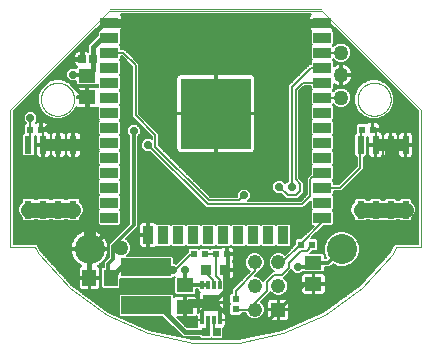
<source format=gtl>
G75*
%MOIN*%
%OFA0B0*%
%FSLAX25Y25*%
%IPPOS*%
%LPD*%
%AMOC8*
5,1,8,0,0,1.08239X$1,22.5*
%
%ADD10C,0.00000*%
%ADD11R,0.05709X0.04528*%
%ADD12R,0.02559X0.02559*%
%ADD13R,0.03543X0.03740*%
%ADD14R,0.04528X0.05709*%
%ADD15R,0.01181X0.02953*%
%ADD16R,0.05748X0.05354*%
%ADD17R,0.02362X0.02362*%
%ADD18C,0.05000*%
%ADD19C,0.10000*%
%ADD20R,0.02400X0.06000*%
%ADD21R,0.05906X0.03543*%
%ADD22R,0.03543X0.05906*%
%ADD23R,0.23622X0.23622*%
%ADD24R,0.04800X0.04800*%
%ADD25C,0.04800*%
%ADD26R,0.16535X0.05906*%
%ADD27C,0.00591*%
%ADD28C,0.01575*%
%ADD29C,0.01181*%
%ADD30C,0.11811*%
%ADD31C,0.03150*%
%ADD32C,0.02781*%
%ADD33C,0.03962*%
%ADD34C,0.04000*%
%ADD35C,0.05000*%
D10*
X0037313Y0048654D02*
X0051223Y0042461D01*
X0066117Y0039295D01*
X0081344Y0039295D01*
X0096237Y0042461D01*
X0110148Y0048654D01*
X0122466Y0057604D01*
X0132655Y0068919D01*
X0133959Y0071179D01*
X0142234Y0071179D01*
X0142234Y0116849D01*
X0109163Y0149919D01*
X0038297Y0149919D01*
X0005226Y0116849D01*
X0005226Y0071179D01*
X0013501Y0071179D01*
X0014806Y0068919D01*
X0024994Y0057604D01*
X0037313Y0048654D01*
X0015462Y0120412D02*
X0015464Y0120560D01*
X0015470Y0120708D01*
X0015480Y0120856D01*
X0015494Y0121003D01*
X0015512Y0121150D01*
X0015533Y0121296D01*
X0015559Y0121442D01*
X0015589Y0121587D01*
X0015622Y0121731D01*
X0015660Y0121874D01*
X0015701Y0122016D01*
X0015746Y0122157D01*
X0015794Y0122297D01*
X0015847Y0122436D01*
X0015903Y0122573D01*
X0015963Y0122708D01*
X0016026Y0122842D01*
X0016093Y0122974D01*
X0016164Y0123104D01*
X0016238Y0123232D01*
X0016315Y0123358D01*
X0016396Y0123482D01*
X0016480Y0123604D01*
X0016567Y0123723D01*
X0016658Y0123840D01*
X0016752Y0123955D01*
X0016848Y0124067D01*
X0016948Y0124177D01*
X0017050Y0124283D01*
X0017156Y0124387D01*
X0017264Y0124488D01*
X0017375Y0124586D01*
X0017488Y0124682D01*
X0017604Y0124774D01*
X0017722Y0124863D01*
X0017843Y0124948D01*
X0017966Y0125031D01*
X0018091Y0125110D01*
X0018218Y0125186D01*
X0018347Y0125258D01*
X0018478Y0125327D01*
X0018611Y0125392D01*
X0018746Y0125453D01*
X0018882Y0125511D01*
X0019019Y0125566D01*
X0019158Y0125616D01*
X0019299Y0125663D01*
X0019440Y0125706D01*
X0019583Y0125746D01*
X0019727Y0125781D01*
X0019871Y0125813D01*
X0020017Y0125840D01*
X0020163Y0125864D01*
X0020310Y0125884D01*
X0020457Y0125900D01*
X0020604Y0125912D01*
X0020752Y0125920D01*
X0020900Y0125924D01*
X0021048Y0125924D01*
X0021196Y0125920D01*
X0021344Y0125912D01*
X0021491Y0125900D01*
X0021638Y0125884D01*
X0021785Y0125864D01*
X0021931Y0125840D01*
X0022077Y0125813D01*
X0022221Y0125781D01*
X0022365Y0125746D01*
X0022508Y0125706D01*
X0022649Y0125663D01*
X0022790Y0125616D01*
X0022929Y0125566D01*
X0023066Y0125511D01*
X0023202Y0125453D01*
X0023337Y0125392D01*
X0023470Y0125327D01*
X0023601Y0125258D01*
X0023730Y0125186D01*
X0023857Y0125110D01*
X0023982Y0125031D01*
X0024105Y0124948D01*
X0024226Y0124863D01*
X0024344Y0124774D01*
X0024460Y0124682D01*
X0024573Y0124586D01*
X0024684Y0124488D01*
X0024792Y0124387D01*
X0024898Y0124283D01*
X0025000Y0124177D01*
X0025100Y0124067D01*
X0025196Y0123955D01*
X0025290Y0123840D01*
X0025381Y0123723D01*
X0025468Y0123604D01*
X0025552Y0123482D01*
X0025633Y0123358D01*
X0025710Y0123232D01*
X0025784Y0123104D01*
X0025855Y0122974D01*
X0025922Y0122842D01*
X0025985Y0122708D01*
X0026045Y0122573D01*
X0026101Y0122436D01*
X0026154Y0122297D01*
X0026202Y0122157D01*
X0026247Y0122016D01*
X0026288Y0121874D01*
X0026326Y0121731D01*
X0026359Y0121587D01*
X0026389Y0121442D01*
X0026415Y0121296D01*
X0026436Y0121150D01*
X0026454Y0121003D01*
X0026468Y0120856D01*
X0026478Y0120708D01*
X0026484Y0120560D01*
X0026486Y0120412D01*
X0026484Y0120264D01*
X0026478Y0120116D01*
X0026468Y0119968D01*
X0026454Y0119821D01*
X0026436Y0119674D01*
X0026415Y0119528D01*
X0026389Y0119382D01*
X0026359Y0119237D01*
X0026326Y0119093D01*
X0026288Y0118950D01*
X0026247Y0118808D01*
X0026202Y0118667D01*
X0026154Y0118527D01*
X0026101Y0118388D01*
X0026045Y0118251D01*
X0025985Y0118116D01*
X0025922Y0117982D01*
X0025855Y0117850D01*
X0025784Y0117720D01*
X0025710Y0117592D01*
X0025633Y0117466D01*
X0025552Y0117342D01*
X0025468Y0117220D01*
X0025381Y0117101D01*
X0025290Y0116984D01*
X0025196Y0116869D01*
X0025100Y0116757D01*
X0025000Y0116647D01*
X0024898Y0116541D01*
X0024792Y0116437D01*
X0024684Y0116336D01*
X0024573Y0116238D01*
X0024460Y0116142D01*
X0024344Y0116050D01*
X0024226Y0115961D01*
X0024105Y0115876D01*
X0023982Y0115793D01*
X0023857Y0115714D01*
X0023730Y0115638D01*
X0023601Y0115566D01*
X0023470Y0115497D01*
X0023337Y0115432D01*
X0023202Y0115371D01*
X0023066Y0115313D01*
X0022929Y0115258D01*
X0022790Y0115208D01*
X0022649Y0115161D01*
X0022508Y0115118D01*
X0022365Y0115078D01*
X0022221Y0115043D01*
X0022077Y0115011D01*
X0021931Y0114984D01*
X0021785Y0114960D01*
X0021638Y0114940D01*
X0021491Y0114924D01*
X0021344Y0114912D01*
X0021196Y0114904D01*
X0021048Y0114900D01*
X0020900Y0114900D01*
X0020752Y0114904D01*
X0020604Y0114912D01*
X0020457Y0114924D01*
X0020310Y0114940D01*
X0020163Y0114960D01*
X0020017Y0114984D01*
X0019871Y0115011D01*
X0019727Y0115043D01*
X0019583Y0115078D01*
X0019440Y0115118D01*
X0019299Y0115161D01*
X0019158Y0115208D01*
X0019019Y0115258D01*
X0018882Y0115313D01*
X0018746Y0115371D01*
X0018611Y0115432D01*
X0018478Y0115497D01*
X0018347Y0115566D01*
X0018218Y0115638D01*
X0018091Y0115714D01*
X0017966Y0115793D01*
X0017843Y0115876D01*
X0017722Y0115961D01*
X0017604Y0116050D01*
X0017488Y0116142D01*
X0017375Y0116238D01*
X0017264Y0116336D01*
X0017156Y0116437D01*
X0017050Y0116541D01*
X0016948Y0116647D01*
X0016848Y0116757D01*
X0016752Y0116869D01*
X0016658Y0116984D01*
X0016567Y0117101D01*
X0016480Y0117220D01*
X0016396Y0117342D01*
X0016315Y0117466D01*
X0016238Y0117592D01*
X0016164Y0117720D01*
X0016093Y0117850D01*
X0016026Y0117982D01*
X0015963Y0118116D01*
X0015903Y0118251D01*
X0015847Y0118388D01*
X0015794Y0118527D01*
X0015746Y0118667D01*
X0015701Y0118808D01*
X0015660Y0118950D01*
X0015622Y0119093D01*
X0015589Y0119237D01*
X0015559Y0119382D01*
X0015533Y0119528D01*
X0015512Y0119674D01*
X0015494Y0119821D01*
X0015480Y0119968D01*
X0015470Y0120116D01*
X0015464Y0120264D01*
X0015462Y0120412D01*
X0038612Y0150628D02*
X0108691Y0150628D01*
X0120994Y0120412D02*
X0120996Y0120560D01*
X0121002Y0120708D01*
X0121012Y0120856D01*
X0121026Y0121003D01*
X0121044Y0121150D01*
X0121065Y0121296D01*
X0121091Y0121442D01*
X0121121Y0121587D01*
X0121154Y0121731D01*
X0121192Y0121874D01*
X0121233Y0122016D01*
X0121278Y0122157D01*
X0121326Y0122297D01*
X0121379Y0122436D01*
X0121435Y0122573D01*
X0121495Y0122708D01*
X0121558Y0122842D01*
X0121625Y0122974D01*
X0121696Y0123104D01*
X0121770Y0123232D01*
X0121847Y0123358D01*
X0121928Y0123482D01*
X0122012Y0123604D01*
X0122099Y0123723D01*
X0122190Y0123840D01*
X0122284Y0123955D01*
X0122380Y0124067D01*
X0122480Y0124177D01*
X0122582Y0124283D01*
X0122688Y0124387D01*
X0122796Y0124488D01*
X0122907Y0124586D01*
X0123020Y0124682D01*
X0123136Y0124774D01*
X0123254Y0124863D01*
X0123375Y0124948D01*
X0123498Y0125031D01*
X0123623Y0125110D01*
X0123750Y0125186D01*
X0123879Y0125258D01*
X0124010Y0125327D01*
X0124143Y0125392D01*
X0124278Y0125453D01*
X0124414Y0125511D01*
X0124551Y0125566D01*
X0124690Y0125616D01*
X0124831Y0125663D01*
X0124972Y0125706D01*
X0125115Y0125746D01*
X0125259Y0125781D01*
X0125403Y0125813D01*
X0125549Y0125840D01*
X0125695Y0125864D01*
X0125842Y0125884D01*
X0125989Y0125900D01*
X0126136Y0125912D01*
X0126284Y0125920D01*
X0126432Y0125924D01*
X0126580Y0125924D01*
X0126728Y0125920D01*
X0126876Y0125912D01*
X0127023Y0125900D01*
X0127170Y0125884D01*
X0127317Y0125864D01*
X0127463Y0125840D01*
X0127609Y0125813D01*
X0127753Y0125781D01*
X0127897Y0125746D01*
X0128040Y0125706D01*
X0128181Y0125663D01*
X0128322Y0125616D01*
X0128461Y0125566D01*
X0128598Y0125511D01*
X0128734Y0125453D01*
X0128869Y0125392D01*
X0129002Y0125327D01*
X0129133Y0125258D01*
X0129262Y0125186D01*
X0129389Y0125110D01*
X0129514Y0125031D01*
X0129637Y0124948D01*
X0129758Y0124863D01*
X0129876Y0124774D01*
X0129992Y0124682D01*
X0130105Y0124586D01*
X0130216Y0124488D01*
X0130324Y0124387D01*
X0130430Y0124283D01*
X0130532Y0124177D01*
X0130632Y0124067D01*
X0130728Y0123955D01*
X0130822Y0123840D01*
X0130913Y0123723D01*
X0131000Y0123604D01*
X0131084Y0123482D01*
X0131165Y0123358D01*
X0131242Y0123232D01*
X0131316Y0123104D01*
X0131387Y0122974D01*
X0131454Y0122842D01*
X0131517Y0122708D01*
X0131577Y0122573D01*
X0131633Y0122436D01*
X0131686Y0122297D01*
X0131734Y0122157D01*
X0131779Y0122016D01*
X0131820Y0121874D01*
X0131858Y0121731D01*
X0131891Y0121587D01*
X0131921Y0121442D01*
X0131947Y0121296D01*
X0131968Y0121150D01*
X0131986Y0121003D01*
X0132000Y0120856D01*
X0132010Y0120708D01*
X0132016Y0120560D01*
X0132018Y0120412D01*
X0132016Y0120264D01*
X0132010Y0120116D01*
X0132000Y0119968D01*
X0131986Y0119821D01*
X0131968Y0119674D01*
X0131947Y0119528D01*
X0131921Y0119382D01*
X0131891Y0119237D01*
X0131858Y0119093D01*
X0131820Y0118950D01*
X0131779Y0118808D01*
X0131734Y0118667D01*
X0131686Y0118527D01*
X0131633Y0118388D01*
X0131577Y0118251D01*
X0131517Y0118116D01*
X0131454Y0117982D01*
X0131387Y0117850D01*
X0131316Y0117720D01*
X0131242Y0117592D01*
X0131165Y0117466D01*
X0131084Y0117342D01*
X0131000Y0117220D01*
X0130913Y0117101D01*
X0130822Y0116984D01*
X0130728Y0116869D01*
X0130632Y0116757D01*
X0130532Y0116647D01*
X0130430Y0116541D01*
X0130324Y0116437D01*
X0130216Y0116336D01*
X0130105Y0116238D01*
X0129992Y0116142D01*
X0129876Y0116050D01*
X0129758Y0115961D01*
X0129637Y0115876D01*
X0129514Y0115793D01*
X0129389Y0115714D01*
X0129262Y0115638D01*
X0129133Y0115566D01*
X0129002Y0115497D01*
X0128869Y0115432D01*
X0128734Y0115371D01*
X0128598Y0115313D01*
X0128461Y0115258D01*
X0128322Y0115208D01*
X0128181Y0115161D01*
X0128040Y0115118D01*
X0127897Y0115078D01*
X0127753Y0115043D01*
X0127609Y0115011D01*
X0127463Y0114984D01*
X0127317Y0114960D01*
X0127170Y0114940D01*
X0127023Y0114924D01*
X0126876Y0114912D01*
X0126728Y0114904D01*
X0126580Y0114900D01*
X0126432Y0114900D01*
X0126284Y0114904D01*
X0126136Y0114912D01*
X0125989Y0114924D01*
X0125842Y0114940D01*
X0125695Y0114960D01*
X0125549Y0114984D01*
X0125403Y0115011D01*
X0125259Y0115043D01*
X0125115Y0115078D01*
X0124972Y0115118D01*
X0124831Y0115161D01*
X0124690Y0115208D01*
X0124551Y0115258D01*
X0124414Y0115313D01*
X0124278Y0115371D01*
X0124143Y0115432D01*
X0124010Y0115497D01*
X0123879Y0115566D01*
X0123750Y0115638D01*
X0123623Y0115714D01*
X0123498Y0115793D01*
X0123375Y0115876D01*
X0123254Y0115961D01*
X0123136Y0116050D01*
X0123020Y0116142D01*
X0122907Y0116238D01*
X0122796Y0116336D01*
X0122688Y0116437D01*
X0122582Y0116541D01*
X0122480Y0116647D01*
X0122380Y0116757D01*
X0122284Y0116869D01*
X0122190Y0116984D01*
X0122099Y0117101D01*
X0122012Y0117220D01*
X0121928Y0117342D01*
X0121847Y0117466D01*
X0121770Y0117592D01*
X0121696Y0117720D01*
X0121625Y0117850D01*
X0121558Y0117982D01*
X0121495Y0118116D01*
X0121435Y0118251D01*
X0121379Y0118388D01*
X0121326Y0118527D01*
X0121278Y0118667D01*
X0121233Y0118808D01*
X0121192Y0118950D01*
X0121154Y0119093D01*
X0121121Y0119237D01*
X0121091Y0119382D01*
X0121065Y0119528D01*
X0121044Y0119674D01*
X0121026Y0119821D01*
X0121012Y0119968D01*
X0121002Y0120116D01*
X0120996Y0120264D01*
X0120994Y0120412D01*
D11*
X0106289Y0065884D03*
X0106289Y0058797D03*
X0063533Y0058423D03*
X0063533Y0051337D03*
X0030856Y0121100D03*
X0030856Y0128187D03*
D12*
X0029163Y0133856D03*
X0032707Y0133856D03*
X0070482Y0042833D03*
X0074026Y0042833D03*
D13*
X0076762Y0063620D03*
X0070463Y0063620D03*
D14*
X0038691Y0060904D03*
X0031604Y0060904D03*
D15*
X0069203Y0058581D03*
X0071171Y0058581D03*
X0073140Y0058581D03*
X0075108Y0058581D03*
X0075108Y0046770D03*
X0073140Y0046770D03*
X0071171Y0046770D03*
X0069203Y0046770D03*
D16*
X0072156Y0052675D03*
D17*
X0080305Y0053896D03*
X0080305Y0050352D03*
X0077470Y0068719D03*
X0073927Y0068719D03*
X0069990Y0068719D03*
X0066447Y0068719D03*
X0102274Y0071967D03*
X0105817Y0071967D03*
X0122431Y0110274D03*
X0125974Y0110274D03*
X0015423Y0110274D03*
X0011880Y0110274D03*
D18*
X0018770Y0083660D03*
X0042077Y0070904D03*
X0115522Y0120943D03*
X0115522Y0128502D03*
X0115522Y0135943D03*
X0129636Y0083384D03*
D19*
X0115738Y0070471D03*
X0031663Y0070569D03*
D20*
X0026250Y0083647D03*
X0021250Y0083647D03*
X0016250Y0083647D03*
X0011250Y0083647D03*
X0011250Y0105247D03*
X0016250Y0105247D03*
X0021250Y0105247D03*
X0026250Y0105247D03*
X0121998Y0105208D03*
X0126998Y0105208D03*
X0131998Y0105208D03*
X0136998Y0105208D03*
X0136998Y0083608D03*
X0131998Y0083608D03*
X0126998Y0083608D03*
X0121998Y0083608D03*
D21*
X0109163Y0085982D03*
X0109163Y0090982D03*
X0109163Y0095982D03*
X0109163Y0100982D03*
X0109163Y0105982D03*
X0109163Y0110982D03*
X0109163Y0115982D03*
X0109163Y0120982D03*
X0109163Y0125982D03*
X0109163Y0130982D03*
X0109163Y0135982D03*
X0109163Y0140982D03*
X0109163Y0145982D03*
X0109163Y0080982D03*
X0038297Y0080982D03*
X0038297Y0085982D03*
X0038297Y0090982D03*
X0038297Y0095982D03*
X0038297Y0100982D03*
X0038297Y0105982D03*
X0038297Y0110982D03*
X0038297Y0115982D03*
X0038297Y0120982D03*
X0038297Y0125982D03*
X0038297Y0130982D03*
X0038297Y0135982D03*
X0038297Y0140982D03*
X0038297Y0145982D03*
D22*
X0051230Y0075116D03*
X0056230Y0075116D03*
X0061230Y0075116D03*
X0066230Y0075116D03*
X0071230Y0075116D03*
X0076230Y0075116D03*
X0081230Y0075116D03*
X0086230Y0075116D03*
X0091230Y0075116D03*
X0096230Y0075116D03*
D23*
X0073730Y0115667D03*
D24*
X0094596Y0050313D03*
D25*
X0086722Y0050313D03*
X0086722Y0058187D03*
X0086722Y0066061D03*
X0094596Y0066061D03*
X0094596Y0058187D03*
D26*
X0050502Y0064388D03*
X0050502Y0051789D03*
D27*
X0055907Y0047941D02*
X0061713Y0042136D01*
X0062699Y0041150D01*
X0068340Y0041150D01*
X0068832Y0040658D01*
X0072133Y0040658D01*
X0072254Y0040779D01*
X0072375Y0040658D01*
X0075676Y0040658D01*
X0076200Y0041182D01*
X0076200Y0044087D01*
X0076494Y0044257D01*
X0076735Y0044498D01*
X0076906Y0044793D01*
X0076994Y0045123D01*
X0076994Y0046770D01*
X0076994Y0048417D01*
X0076906Y0048746D01*
X0076735Y0049041D01*
X0076494Y0049283D01*
X0076208Y0049448D01*
X0076237Y0049498D01*
X0076325Y0049828D01*
X0076325Y0052380D01*
X0072451Y0052380D01*
X0072451Y0052971D01*
X0076325Y0052971D01*
X0076325Y0055523D01*
X0076237Y0055852D01*
X0076066Y0056148D01*
X0076005Y0056209D01*
X0076070Y0056209D01*
X0076594Y0056734D01*
X0076594Y0060428D01*
X0076467Y0060556D01*
X0076467Y0063325D01*
X0077057Y0063325D01*
X0077057Y0063915D01*
X0079829Y0063915D01*
X0079829Y0065661D01*
X0079740Y0065990D01*
X0079570Y0066286D01*
X0079388Y0066467D01*
X0079447Y0066501D01*
X0079688Y0066742D01*
X0079859Y0067038D01*
X0079947Y0067367D01*
X0079947Y0068423D01*
X0077766Y0068423D01*
X0077766Y0069014D01*
X0079947Y0069014D01*
X0079947Y0070070D01*
X0079859Y0070400D01*
X0079688Y0070695D01*
X0079447Y0070936D01*
X0079152Y0071107D01*
X0078822Y0071195D01*
X0077766Y0071195D01*
X0077766Y0069014D01*
X0077175Y0069014D01*
X0077175Y0071195D01*
X0076119Y0071195D01*
X0075789Y0071107D01*
X0075494Y0070936D01*
X0075353Y0070795D01*
X0072375Y0070795D01*
X0071959Y0070378D01*
X0071542Y0070795D01*
X0068438Y0070795D01*
X0068218Y0070575D01*
X0067999Y0070795D01*
X0064895Y0070795D01*
X0064370Y0070271D01*
X0064370Y0069409D01*
X0060578Y0065616D01*
X0060307Y0065886D01*
X0059665Y0065886D01*
X0059665Y0067711D01*
X0059141Y0068236D01*
X0044211Y0068236D01*
X0044955Y0068980D01*
X0045472Y0070228D01*
X0045472Y0071579D01*
X0044955Y0072827D01*
X0044000Y0073782D01*
X0043920Y0073815D01*
X0047854Y0077749D01*
X0047854Y0108113D01*
X0048654Y0108913D01*
X0048654Y0110807D01*
X0047315Y0112146D01*
X0045421Y0112146D01*
X0044082Y0110807D01*
X0044082Y0108913D01*
X0044882Y0108113D01*
X0044882Y0078980D01*
X0038863Y0072960D01*
X0037993Y0072090D01*
X0037993Y0067759D01*
X0037190Y0066956D01*
X0036319Y0066086D01*
X0036319Y0064653D01*
X0036056Y0064653D01*
X0035532Y0064129D01*
X0035532Y0057678D01*
X0036056Y0057154D01*
X0041326Y0057154D01*
X0041850Y0057678D01*
X0041850Y0060553D01*
X0041863Y0060540D01*
X0059141Y0060540D01*
X0059665Y0061064D01*
X0059665Y0061315D01*
X0060041Y0061315D01*
X0059784Y0061058D01*
X0059784Y0055789D01*
X0060308Y0055264D01*
X0066759Y0055264D01*
X0067283Y0055789D01*
X0067283Y0057095D01*
X0067717Y0057095D01*
X0067717Y0056734D01*
X0068241Y0056209D01*
X0068306Y0056209D01*
X0068245Y0056148D01*
X0068074Y0055852D01*
X0067986Y0055523D01*
X0067986Y0052971D01*
X0071860Y0052971D01*
X0071860Y0052380D01*
X0067986Y0052380D01*
X0067986Y0049828D01*
X0068074Y0049498D01*
X0068103Y0049448D01*
X0067817Y0049283D01*
X0067683Y0049149D01*
X0067683Y0051041D01*
X0063829Y0051041D01*
X0063829Y0047778D01*
X0066558Y0047778D01*
X0066888Y0047866D01*
X0067183Y0048036D01*
X0067317Y0048170D01*
X0067317Y0046770D01*
X0069203Y0046770D01*
X0069203Y0046770D01*
X0067317Y0046770D01*
X0067317Y0045123D01*
X0067405Y0044793D01*
X0067566Y0044515D01*
X0064093Y0044515D01*
X0060830Y0047778D01*
X0063238Y0047778D01*
X0063238Y0051041D01*
X0063829Y0051041D01*
X0063829Y0051632D01*
X0067683Y0051632D01*
X0067683Y0053771D01*
X0067595Y0054100D01*
X0067424Y0054396D01*
X0067183Y0054637D01*
X0066888Y0054807D01*
X0066558Y0054896D01*
X0063829Y0054896D01*
X0063829Y0051632D01*
X0063238Y0051632D01*
X0063238Y0054896D01*
X0060509Y0054896D01*
X0060179Y0054807D01*
X0059884Y0054637D01*
X0059665Y0054418D01*
X0059665Y0055113D01*
X0059141Y0055637D01*
X0041863Y0055637D01*
X0041339Y0055113D01*
X0041339Y0048466D01*
X0041863Y0047941D01*
X0055907Y0047941D01*
X0055913Y0047936D02*
X0041618Y0047936D01*
X0041339Y0048525D02*
X0040295Y0048525D01*
X0041339Y0049114D02*
X0038972Y0049114D01*
X0037864Y0049607D02*
X0025731Y0058422D01*
X0015697Y0069567D01*
X0014596Y0071473D01*
X0014596Y0071633D01*
X0014378Y0071852D01*
X0014223Y0072120D01*
X0014068Y0072161D01*
X0013955Y0072274D01*
X0013645Y0072274D01*
X0013346Y0072355D01*
X0013208Y0072274D01*
X0006322Y0072274D01*
X0006322Y0116395D01*
X0034049Y0144122D01*
X0034049Y0144040D01*
X0034137Y0143711D01*
X0034308Y0143415D01*
X0034524Y0143200D01*
X0034449Y0143125D01*
X0034449Y0141857D01*
X0034154Y0141561D01*
X0031024Y0138431D01*
X0031024Y0136296D01*
X0030943Y0136343D01*
X0030613Y0136431D01*
X0029459Y0136431D01*
X0029459Y0134152D01*
X0028868Y0134152D01*
X0028868Y0136431D01*
X0027713Y0136431D01*
X0027384Y0136343D01*
X0027089Y0136172D01*
X0026847Y0135931D01*
X0026677Y0135636D01*
X0026589Y0135306D01*
X0026589Y0134152D01*
X0028868Y0134152D01*
X0028868Y0133561D01*
X0026589Y0133561D01*
X0026589Y0132406D01*
X0026677Y0132077D01*
X0026847Y0131782D01*
X0027089Y0131540D01*
X0027384Y0131370D01*
X0027598Y0131313D01*
X0027115Y0130830D01*
X0027000Y0130945D01*
X0025106Y0130945D01*
X0023767Y0129606D01*
X0023767Y0127713D01*
X0025106Y0126374D01*
X0027000Y0126374D01*
X0027107Y0126480D01*
X0027107Y0125552D01*
X0027631Y0125028D01*
X0034081Y0125028D01*
X0034449Y0125396D01*
X0034449Y0124433D01*
X0034211Y0124571D01*
X0033881Y0124660D01*
X0031152Y0124660D01*
X0031152Y0121396D01*
X0030561Y0121396D01*
X0030561Y0124660D01*
X0027831Y0124660D01*
X0027502Y0124571D01*
X0027207Y0124401D01*
X0026965Y0124160D01*
X0026795Y0123864D01*
X0026756Y0123719D01*
X0026576Y0124154D01*
X0024717Y0126013D01*
X0022289Y0127019D01*
X0019660Y0127019D01*
X0017232Y0126013D01*
X0015373Y0124154D01*
X0014367Y0121726D01*
X0014367Y0119097D01*
X0015373Y0116669D01*
X0017232Y0114810D01*
X0019660Y0113804D01*
X0022289Y0113804D01*
X0024717Y0114810D01*
X0026576Y0116669D01*
X0027092Y0117915D01*
X0027207Y0117800D01*
X0027502Y0117630D01*
X0027831Y0117541D01*
X0030561Y0117541D01*
X0030561Y0120805D01*
X0031152Y0120805D01*
X0031152Y0117541D01*
X0033881Y0117541D01*
X0034211Y0117630D01*
X0034449Y0117767D01*
X0034449Y0113840D01*
X0034807Y0113482D01*
X0034449Y0113125D01*
X0034449Y0108840D01*
X0034807Y0108482D01*
X0034449Y0108125D01*
X0034449Y0103840D01*
X0034807Y0103482D01*
X0034449Y0103125D01*
X0034449Y0098840D01*
X0034807Y0098482D01*
X0034449Y0098125D01*
X0034449Y0093840D01*
X0034807Y0093482D01*
X0034449Y0093125D01*
X0034449Y0088840D01*
X0034807Y0088482D01*
X0034449Y0088125D01*
X0034449Y0083840D01*
X0034807Y0083482D01*
X0034449Y0083125D01*
X0034449Y0078840D01*
X0034974Y0078315D01*
X0041621Y0078315D01*
X0042145Y0078840D01*
X0042145Y0083125D01*
X0041788Y0083482D01*
X0042145Y0083840D01*
X0042145Y0088125D01*
X0041788Y0088482D01*
X0042145Y0088840D01*
X0042145Y0093125D01*
X0041788Y0093482D01*
X0042145Y0093840D01*
X0042145Y0098125D01*
X0041788Y0098482D01*
X0042145Y0098840D01*
X0042145Y0103125D01*
X0041788Y0103482D01*
X0042145Y0103840D01*
X0042145Y0108125D01*
X0041788Y0108482D01*
X0042145Y0108840D01*
X0042145Y0113125D01*
X0041788Y0113482D01*
X0042145Y0113840D01*
X0042145Y0118125D01*
X0041788Y0118482D01*
X0042145Y0118840D01*
X0042145Y0123125D01*
X0041788Y0123482D01*
X0042145Y0123840D01*
X0042145Y0128125D01*
X0041788Y0128482D01*
X0042145Y0128840D01*
X0042145Y0133125D01*
X0041788Y0133482D01*
X0042145Y0133840D01*
X0042145Y0134792D01*
X0042351Y0134792D01*
X0045827Y0131316D01*
X0045827Y0114544D01*
X0046525Y0113847D01*
X0052382Y0107989D01*
X0052382Y0107276D01*
X0052138Y0107520D01*
X0050244Y0107520D01*
X0048905Y0106181D01*
X0048905Y0104288D01*
X0050244Y0102949D01*
X0051793Y0102949D01*
X0070481Y0084260D01*
X0102964Y0084260D01*
X0103661Y0084958D01*
X0105315Y0086612D01*
X0105315Y0083840D01*
X0105673Y0083482D01*
X0105315Y0083125D01*
X0105315Y0078840D01*
X0105840Y0078315D01*
X0106447Y0078315D01*
X0102174Y0074043D01*
X0100722Y0074043D01*
X0100197Y0073519D01*
X0100197Y0072066D01*
X0096724Y0068593D01*
X0096463Y0068855D01*
X0095252Y0069356D01*
X0093941Y0069356D01*
X0092730Y0068855D01*
X0091803Y0067928D01*
X0091301Y0066717D01*
X0091301Y0065406D01*
X0091803Y0064194D01*
X0092730Y0063268D01*
X0093091Y0063118D01*
X0092725Y0063118D01*
X0090265Y0060657D01*
X0089567Y0059960D01*
X0089567Y0059930D01*
X0089516Y0060054D01*
X0088589Y0060981D01*
X0087378Y0061482D01*
X0086859Y0061482D01*
X0087216Y0061839D01*
X0087913Y0062536D01*
X0087913Y0062987D01*
X0088589Y0063268D01*
X0089516Y0064194D01*
X0090018Y0065406D01*
X0090018Y0066717D01*
X0089516Y0067928D01*
X0088589Y0068855D01*
X0087378Y0069356D01*
X0086067Y0069356D01*
X0084856Y0068855D01*
X0083929Y0067928D01*
X0083427Y0066717D01*
X0083427Y0065406D01*
X0083929Y0064194D01*
X0084856Y0063268D01*
X0085153Y0063144D01*
X0079115Y0057105D01*
X0079115Y0055972D01*
X0078753Y0055972D01*
X0078229Y0055448D01*
X0078229Y0052344D01*
X0078448Y0052124D01*
X0078229Y0051904D01*
X0078229Y0048801D01*
X0078753Y0048276D01*
X0081857Y0048276D01*
X0082381Y0048801D01*
X0082381Y0049123D01*
X0083649Y0049123D01*
X0083929Y0048446D01*
X0084856Y0047519D01*
X0086067Y0047018D01*
X0087378Y0047018D01*
X0088589Y0047519D01*
X0089516Y0048446D01*
X0090018Y0049658D01*
X0090018Y0050969D01*
X0089516Y0052180D01*
X0088861Y0052835D01*
X0091948Y0055922D01*
X0091948Y0056175D01*
X0092730Y0055393D01*
X0093941Y0054892D01*
X0095252Y0054892D01*
X0096463Y0055393D01*
X0097390Y0056320D01*
X0097892Y0057532D01*
X0097892Y0058843D01*
X0097390Y0060054D01*
X0096489Y0060955D01*
X0096968Y0061434D01*
X0098891Y0063357D01*
X0100047Y0062200D01*
X0101941Y0062200D01*
X0102741Y0063000D01*
X0102789Y0063000D01*
X0103064Y0062725D01*
X0109515Y0062725D01*
X0110039Y0063249D01*
X0110039Y0064398D01*
X0111767Y0064398D01*
X0112637Y0065268D01*
X0112712Y0065343D01*
X0114566Y0064575D01*
X0116911Y0064575D01*
X0119078Y0065473D01*
X0120736Y0067131D01*
X0121633Y0069298D01*
X0121633Y0071643D01*
X0120736Y0073810D01*
X0119078Y0075468D01*
X0116911Y0076366D01*
X0114566Y0076366D01*
X0112399Y0075468D01*
X0110740Y0073810D01*
X0109843Y0071643D01*
X0109843Y0069298D01*
X0110611Y0067444D01*
X0110536Y0067370D01*
X0110039Y0067370D01*
X0110039Y0068519D01*
X0109515Y0069043D01*
X0105168Y0069043D01*
X0105334Y0069210D01*
X0106015Y0069890D01*
X0107369Y0069890D01*
X0107893Y0070415D01*
X0107893Y0073519D01*
X0107369Y0074043D01*
X0105542Y0074043D01*
X0109657Y0078158D01*
X0109814Y0078315D01*
X0112487Y0078315D01*
X0113011Y0078840D01*
X0113011Y0083125D01*
X0112654Y0083482D01*
X0113011Y0083840D01*
X0113011Y0088125D01*
X0112654Y0088482D01*
X0113011Y0088840D01*
X0113011Y0089792D01*
X0115779Y0089792D01*
X0122452Y0096465D01*
X0123149Y0097162D01*
X0123149Y0101312D01*
X0123569Y0101312D01*
X0124093Y0101837D01*
X0124093Y0108001D01*
X0124293Y0107886D01*
X0124503Y0107829D01*
X0124503Y0105503D01*
X0126703Y0105503D01*
X0126703Y0104912D01*
X0127293Y0104912D01*
X0127293Y0100912D01*
X0128369Y0100912D01*
X0128698Y0101001D01*
X0128993Y0101171D01*
X0129234Y0101412D01*
X0129405Y0101708D01*
X0129493Y0102037D01*
X0129493Y0104912D01*
X0127293Y0104912D01*
X0127293Y0105503D01*
X0129493Y0105503D01*
X0129493Y0108378D01*
X0129405Y0108708D01*
X0129234Y0109003D01*
X0128993Y0109244D01*
X0128698Y0109415D01*
X0128451Y0109481D01*
X0128451Y0109978D01*
X0126270Y0109978D01*
X0126270Y0110569D01*
X0128451Y0110569D01*
X0128451Y0111625D01*
X0128362Y0111955D01*
X0128192Y0112250D01*
X0127951Y0112491D01*
X0127655Y0112662D01*
X0127326Y0112750D01*
X0126270Y0112750D01*
X0126270Y0110569D01*
X0125679Y0110569D01*
X0125679Y0112750D01*
X0124623Y0112750D01*
X0124293Y0112662D01*
X0123998Y0112491D01*
X0123857Y0112350D01*
X0120879Y0112350D01*
X0120355Y0111826D01*
X0120355Y0109030D01*
X0119903Y0108578D01*
X0119903Y0101837D01*
X0120427Y0101312D01*
X0120768Y0101312D01*
X0120768Y0098149D01*
X0114792Y0092173D01*
X0113011Y0092173D01*
X0113011Y0093125D01*
X0112654Y0093482D01*
X0113011Y0093840D01*
X0113011Y0098125D01*
X0112654Y0098482D01*
X0113011Y0098840D01*
X0113011Y0103125D01*
X0112654Y0103482D01*
X0113011Y0103840D01*
X0113011Y0108125D01*
X0112654Y0108482D01*
X0113011Y0108840D01*
X0113011Y0113125D01*
X0112654Y0113482D01*
X0113011Y0113840D01*
X0113011Y0118125D01*
X0112654Y0118482D01*
X0112917Y0118746D01*
X0113598Y0118065D01*
X0114846Y0117548D01*
X0116197Y0117548D01*
X0117445Y0118065D01*
X0118400Y0119020D01*
X0118917Y0120268D01*
X0118917Y0121618D01*
X0118400Y0122866D01*
X0117445Y0123821D01*
X0116197Y0124338D01*
X0114846Y0124338D01*
X0113598Y0123821D01*
X0112957Y0123180D01*
X0112654Y0123482D01*
X0113011Y0123840D01*
X0113011Y0125645D01*
X0113102Y0125554D01*
X0113724Y0125139D01*
X0114415Y0124853D01*
X0115148Y0124707D01*
X0115226Y0124707D01*
X0115226Y0128207D01*
X0115817Y0128207D01*
X0115817Y0128797D01*
X0119317Y0128797D01*
X0119317Y0128876D01*
X0119171Y0129609D01*
X0118885Y0130300D01*
X0118470Y0130921D01*
X0117941Y0131450D01*
X0117319Y0131865D01*
X0116629Y0132151D01*
X0115895Y0132297D01*
X0115817Y0132297D01*
X0115817Y0128797D01*
X0115226Y0128797D01*
X0115226Y0132297D01*
X0115148Y0132297D01*
X0114415Y0132151D01*
X0113724Y0131865D01*
X0113102Y0131450D01*
X0113011Y0131359D01*
X0113011Y0133125D01*
X0112654Y0133482D01*
X0112917Y0133746D01*
X0113598Y0133065D01*
X0114846Y0132548D01*
X0116197Y0132548D01*
X0117445Y0133065D01*
X0118400Y0134020D01*
X0118917Y0135268D01*
X0118917Y0136618D01*
X0118400Y0137866D01*
X0117445Y0138821D01*
X0116197Y0139338D01*
X0114846Y0139338D01*
X0113598Y0138821D01*
X0112957Y0138180D01*
X0112654Y0138482D01*
X0113011Y0138840D01*
X0113011Y0143125D01*
X0112937Y0143200D01*
X0113153Y0143415D01*
X0113323Y0143711D01*
X0113411Y0144040D01*
X0113411Y0144122D01*
X0141139Y0116395D01*
X0141139Y0072274D01*
X0134253Y0072274D01*
X0134114Y0072355D01*
X0133815Y0072274D01*
X0133506Y0072274D01*
X0133392Y0072161D01*
X0133238Y0072120D01*
X0133083Y0071852D01*
X0132864Y0071633D01*
X0132864Y0071473D01*
X0131764Y0069567D01*
X0121729Y0058422D01*
X0109597Y0049607D01*
X0095897Y0043508D01*
X0081228Y0040390D01*
X0066232Y0040390D01*
X0051564Y0043508D01*
X0037864Y0049607D01*
X0037732Y0049703D02*
X0041339Y0049703D01*
X0041339Y0050292D02*
X0036921Y0050292D01*
X0036110Y0050881D02*
X0041339Y0050881D01*
X0041339Y0051470D02*
X0035299Y0051470D01*
X0034489Y0052059D02*
X0041339Y0052059D01*
X0041339Y0052648D02*
X0033678Y0052648D01*
X0032867Y0053238D02*
X0041339Y0053238D01*
X0041339Y0053827D02*
X0032056Y0053827D01*
X0031246Y0054416D02*
X0041339Y0054416D01*
X0041339Y0055005D02*
X0030435Y0055005D01*
X0029624Y0055594D02*
X0041820Y0055594D01*
X0041533Y0057361D02*
X0059784Y0057361D01*
X0059784Y0057950D02*
X0041850Y0057950D01*
X0041850Y0058539D02*
X0059784Y0058539D01*
X0059784Y0059128D02*
X0041850Y0059128D01*
X0041850Y0059717D02*
X0059784Y0059717D01*
X0059784Y0060306D02*
X0041850Y0060306D01*
X0037019Y0066786D02*
X0036696Y0066786D01*
X0036465Y0066468D02*
X0037048Y0067270D01*
X0037497Y0068152D01*
X0037804Y0069095D01*
X0037959Y0070074D01*
X0037959Y0070274D01*
X0031959Y0070274D01*
X0031959Y0070864D01*
X0037959Y0070864D01*
X0037959Y0071064D01*
X0037804Y0072043D01*
X0037497Y0072986D01*
X0037048Y0073868D01*
X0036465Y0074670D01*
X0035764Y0075371D01*
X0034963Y0075953D01*
X0034080Y0076403D01*
X0033138Y0076709D01*
X0032159Y0076864D01*
X0031959Y0076864D01*
X0031959Y0070864D01*
X0031368Y0070864D01*
X0031368Y0070274D01*
X0025368Y0070274D01*
X0025368Y0070074D01*
X0025523Y0069095D01*
X0025829Y0068152D01*
X0026279Y0067270D01*
X0026862Y0066468D01*
X0027562Y0065767D01*
X0028364Y0065185D01*
X0028819Y0064953D01*
X0028545Y0064794D01*
X0028304Y0064553D01*
X0028134Y0064258D01*
X0028045Y0063928D01*
X0028045Y0061199D01*
X0031309Y0061199D01*
X0031309Y0064274D01*
X0031368Y0064274D01*
X0031368Y0070274D01*
X0031959Y0070274D01*
X0031959Y0065053D01*
X0031900Y0065053D01*
X0031900Y0061199D01*
X0035163Y0061199D01*
X0035163Y0063928D01*
X0035075Y0064258D01*
X0034905Y0064553D01*
X0034663Y0064794D01*
X0034445Y0064921D01*
X0034963Y0065185D01*
X0035764Y0065767D01*
X0036465Y0066468D01*
X0036430Y0066197D02*
X0036194Y0066197D01*
X0036319Y0065608D02*
X0035545Y0065608D01*
X0036319Y0065019D02*
X0034637Y0065019D01*
X0034976Y0064430D02*
X0035833Y0064430D01*
X0035532Y0063841D02*
X0035163Y0063841D01*
X0035163Y0063252D02*
X0035532Y0063252D01*
X0035532Y0062663D02*
X0035163Y0062663D01*
X0035163Y0062073D02*
X0035532Y0062073D01*
X0035532Y0061484D02*
X0035163Y0061484D01*
X0035532Y0060895D02*
X0031900Y0060895D01*
X0031900Y0060608D02*
X0031900Y0061199D01*
X0031309Y0061199D01*
X0031309Y0060608D01*
X0031900Y0060608D01*
X0035163Y0060608D01*
X0035163Y0057879D01*
X0035075Y0057549D01*
X0034905Y0057254D01*
X0034663Y0057013D01*
X0034368Y0056842D01*
X0034039Y0056754D01*
X0031900Y0056754D01*
X0031900Y0060608D01*
X0031900Y0060306D02*
X0031309Y0060306D01*
X0031309Y0060608D02*
X0031309Y0056754D01*
X0029170Y0056754D01*
X0028841Y0056842D01*
X0028545Y0057013D01*
X0028304Y0057254D01*
X0028134Y0057549D01*
X0028045Y0057879D01*
X0028045Y0060608D01*
X0031309Y0060608D01*
X0031309Y0060895D02*
X0023504Y0060895D01*
X0022974Y0061484D02*
X0028045Y0061484D01*
X0028045Y0062073D02*
X0022444Y0062073D01*
X0021913Y0062663D02*
X0028045Y0062663D01*
X0028045Y0063252D02*
X0021383Y0063252D01*
X0020853Y0063841D02*
X0028045Y0063841D01*
X0028233Y0064430D02*
X0020322Y0064430D01*
X0019792Y0065019D02*
X0028690Y0065019D01*
X0027782Y0065608D02*
X0019261Y0065608D01*
X0018731Y0066197D02*
X0027133Y0066197D01*
X0026630Y0066786D02*
X0018201Y0066786D01*
X0017670Y0067375D02*
X0026225Y0067375D01*
X0025925Y0067964D02*
X0017140Y0067964D01*
X0016609Y0068553D02*
X0025699Y0068553D01*
X0025516Y0069142D02*
X0016079Y0069142D01*
X0015602Y0069731D02*
X0025422Y0069731D01*
X0025368Y0070864D02*
X0031368Y0070864D01*
X0031368Y0076864D01*
X0031168Y0076864D01*
X0030189Y0076709D01*
X0029247Y0076403D01*
X0028364Y0075953D01*
X0027562Y0075371D01*
X0026862Y0074670D01*
X0026279Y0073868D01*
X0025829Y0072986D01*
X0025523Y0072043D01*
X0025368Y0071064D01*
X0025368Y0070864D01*
X0025368Y0070909D02*
X0014922Y0070909D01*
X0014596Y0071498D02*
X0025437Y0071498D01*
X0025538Y0072088D02*
X0014241Y0072088D01*
X0015262Y0070320D02*
X0031368Y0070320D01*
X0031368Y0069731D02*
X0031959Y0069731D01*
X0031959Y0069142D02*
X0031368Y0069142D01*
X0031368Y0068553D02*
X0031959Y0068553D01*
X0031959Y0067964D02*
X0031368Y0067964D01*
X0031368Y0067375D02*
X0031959Y0067375D01*
X0031959Y0066786D02*
X0031368Y0066786D01*
X0031368Y0066197D02*
X0031959Y0066197D01*
X0031959Y0065608D02*
X0031368Y0065608D01*
X0031368Y0065019D02*
X0031900Y0065019D01*
X0031900Y0064430D02*
X0031368Y0064430D01*
X0031309Y0063841D02*
X0031900Y0063841D01*
X0031900Y0063252D02*
X0031309Y0063252D01*
X0031309Y0062663D02*
X0031900Y0062663D01*
X0031900Y0062073D02*
X0031309Y0062073D01*
X0031309Y0061484D02*
X0031900Y0061484D01*
X0031900Y0059717D02*
X0031309Y0059717D01*
X0031309Y0059128D02*
X0031900Y0059128D01*
X0031900Y0058539D02*
X0031309Y0058539D01*
X0031309Y0057950D02*
X0031900Y0057950D01*
X0031900Y0057361D02*
X0031309Y0057361D01*
X0031309Y0056772D02*
X0031900Y0056772D01*
X0034105Y0056772D02*
X0059784Y0056772D01*
X0059784Y0056183D02*
X0028813Y0056183D01*
X0029103Y0056772D02*
X0028003Y0056772D01*
X0028242Y0057361D02*
X0027192Y0057361D01*
X0026381Y0057950D02*
X0028045Y0057950D01*
X0028045Y0058539D02*
X0025626Y0058539D01*
X0025096Y0059128D02*
X0028045Y0059128D01*
X0028045Y0059717D02*
X0024565Y0059717D01*
X0024035Y0060306D02*
X0028045Y0060306D01*
X0035163Y0060306D02*
X0035532Y0060306D01*
X0035532Y0059717D02*
X0035163Y0059717D01*
X0035163Y0059128D02*
X0035532Y0059128D01*
X0035532Y0058539D02*
X0035163Y0058539D01*
X0035163Y0057950D02*
X0035532Y0057950D01*
X0035849Y0057361D02*
X0034966Y0057361D01*
X0037101Y0067375D02*
X0037608Y0067375D01*
X0037401Y0067964D02*
X0037993Y0067964D01*
X0037993Y0068553D02*
X0037628Y0068553D01*
X0037811Y0069142D02*
X0037993Y0069142D01*
X0037993Y0069731D02*
X0037904Y0069731D01*
X0037993Y0070320D02*
X0031959Y0070320D01*
X0031959Y0070909D02*
X0031368Y0070909D01*
X0031368Y0071498D02*
X0031959Y0071498D01*
X0031959Y0072088D02*
X0031368Y0072088D01*
X0031368Y0072677D02*
X0031959Y0072677D01*
X0031959Y0073266D02*
X0031368Y0073266D01*
X0031368Y0073855D02*
X0031959Y0073855D01*
X0031959Y0074444D02*
X0031368Y0074444D01*
X0031368Y0075033D02*
X0031959Y0075033D01*
X0031959Y0075622D02*
X0031368Y0075622D01*
X0031368Y0076211D02*
X0031959Y0076211D01*
X0031959Y0076800D02*
X0031368Y0076800D01*
X0030763Y0076800D02*
X0006322Y0076800D01*
X0006322Y0076211D02*
X0028870Y0076211D01*
X0027908Y0075622D02*
X0006322Y0075622D01*
X0006322Y0075033D02*
X0027224Y0075033D01*
X0026697Y0074444D02*
X0006322Y0074444D01*
X0006322Y0073855D02*
X0026272Y0073855D01*
X0025972Y0073266D02*
X0006322Y0073266D01*
X0006322Y0072677D02*
X0025729Y0072677D01*
X0024679Y0079752D02*
X0024179Y0080252D01*
X0023321Y0080252D01*
X0022821Y0079752D01*
X0019679Y0079752D01*
X0019179Y0080252D01*
X0018321Y0080252D01*
X0017821Y0079752D01*
X0014679Y0079752D01*
X0014179Y0080252D01*
X0013321Y0080252D01*
X0012821Y0079752D01*
X0009679Y0079752D01*
X0009155Y0080276D01*
X0009155Y0080941D01*
X0008372Y0081724D01*
X0007855Y0082972D01*
X0007855Y0084322D01*
X0008372Y0085570D01*
X0009155Y0086353D01*
X0009155Y0087018D01*
X0009679Y0087542D01*
X0012821Y0087542D01*
X0013321Y0087042D01*
X0014179Y0087042D01*
X0014679Y0087542D01*
X0017821Y0087542D01*
X0018308Y0087055D01*
X0019192Y0087055D01*
X0019679Y0087542D01*
X0022821Y0087542D01*
X0023321Y0087042D01*
X0024179Y0087042D01*
X0024679Y0087542D01*
X0027821Y0087542D01*
X0028345Y0087018D01*
X0028345Y0086353D01*
X0029128Y0085570D01*
X0029645Y0084322D01*
X0029645Y0082972D01*
X0029128Y0081724D01*
X0028345Y0080941D01*
X0028345Y0080276D01*
X0027821Y0079752D01*
X0024679Y0079752D01*
X0028345Y0080334D02*
X0034449Y0080334D01*
X0034449Y0079745D02*
X0006322Y0079745D01*
X0006322Y0079156D02*
X0034449Y0079156D01*
X0034722Y0078567D02*
X0006322Y0078567D01*
X0006322Y0077978D02*
X0043881Y0077978D01*
X0044470Y0078567D02*
X0041873Y0078567D01*
X0042145Y0079156D02*
X0044882Y0079156D01*
X0044882Y0079745D02*
X0042145Y0079745D01*
X0042145Y0080334D02*
X0044882Y0080334D01*
X0044882Y0080923D02*
X0042145Y0080923D01*
X0042145Y0081513D02*
X0044882Y0081513D01*
X0044882Y0082102D02*
X0042145Y0082102D01*
X0042145Y0082691D02*
X0044882Y0082691D01*
X0044882Y0083280D02*
X0041990Y0083280D01*
X0042145Y0083869D02*
X0044882Y0083869D01*
X0044882Y0084458D02*
X0042145Y0084458D01*
X0042145Y0085047D02*
X0044882Y0085047D01*
X0044882Y0085636D02*
X0042145Y0085636D01*
X0042145Y0086225D02*
X0044882Y0086225D01*
X0044882Y0086814D02*
X0042145Y0086814D01*
X0042145Y0087403D02*
X0044882Y0087403D01*
X0044882Y0087992D02*
X0042145Y0087992D01*
X0041887Y0088581D02*
X0044882Y0088581D01*
X0044882Y0089170D02*
X0042145Y0089170D01*
X0042145Y0089759D02*
X0044882Y0089759D01*
X0044882Y0090348D02*
X0042145Y0090348D01*
X0042145Y0090938D02*
X0044882Y0090938D01*
X0044882Y0091527D02*
X0042145Y0091527D01*
X0042145Y0092116D02*
X0044882Y0092116D01*
X0044882Y0092705D02*
X0042145Y0092705D01*
X0041976Y0093294D02*
X0044882Y0093294D01*
X0044882Y0093883D02*
X0042145Y0093883D01*
X0042145Y0094472D02*
X0044882Y0094472D01*
X0044882Y0095061D02*
X0042145Y0095061D01*
X0042145Y0095650D02*
X0044882Y0095650D01*
X0044882Y0096239D02*
X0042145Y0096239D01*
X0042145Y0096828D02*
X0044882Y0096828D01*
X0044882Y0097417D02*
X0042145Y0097417D01*
X0042145Y0098006D02*
X0044882Y0098006D01*
X0044882Y0098595D02*
X0041901Y0098595D01*
X0042145Y0099184D02*
X0044882Y0099184D01*
X0044882Y0099773D02*
X0042145Y0099773D01*
X0042145Y0100363D02*
X0044882Y0100363D01*
X0044882Y0100952D02*
X0042145Y0100952D01*
X0042145Y0101541D02*
X0044882Y0101541D01*
X0044882Y0102130D02*
X0042145Y0102130D01*
X0042145Y0102719D02*
X0044882Y0102719D01*
X0044882Y0103308D02*
X0041962Y0103308D01*
X0042145Y0103897D02*
X0044882Y0103897D01*
X0044882Y0104486D02*
X0042145Y0104486D01*
X0042145Y0105075D02*
X0044882Y0105075D01*
X0044882Y0105664D02*
X0042145Y0105664D01*
X0042145Y0106253D02*
X0044882Y0106253D01*
X0044882Y0106842D02*
X0042145Y0106842D01*
X0042145Y0107431D02*
X0044882Y0107431D01*
X0044882Y0108020D02*
X0042145Y0108020D01*
X0041915Y0108609D02*
X0044386Y0108609D01*
X0044082Y0109198D02*
X0042145Y0109198D01*
X0042145Y0109788D02*
X0044082Y0109788D01*
X0044082Y0110377D02*
X0042145Y0110377D01*
X0042145Y0110966D02*
X0044241Y0110966D01*
X0044830Y0111555D02*
X0042145Y0111555D01*
X0042145Y0112144D02*
X0045419Y0112144D01*
X0047317Y0112144D02*
X0048228Y0112144D01*
X0047906Y0111555D02*
X0048817Y0111555D01*
X0048495Y0110966D02*
X0049406Y0110966D01*
X0049995Y0110377D02*
X0048654Y0110377D01*
X0048654Y0109788D02*
X0050584Y0109788D01*
X0051173Y0109198D02*
X0048654Y0109198D01*
X0048350Y0108609D02*
X0051762Y0108609D01*
X0052351Y0108020D02*
X0047854Y0108020D01*
X0047854Y0107431D02*
X0050155Y0107431D01*
X0049566Y0106842D02*
X0047854Y0106842D01*
X0047854Y0106253D02*
X0048977Y0106253D01*
X0048905Y0105664D02*
X0047854Y0105664D01*
X0047854Y0105075D02*
X0048905Y0105075D01*
X0048905Y0104486D02*
X0047854Y0104486D01*
X0047854Y0103897D02*
X0049296Y0103897D01*
X0049885Y0103308D02*
X0047854Y0103308D01*
X0047854Y0102719D02*
X0052023Y0102719D01*
X0052612Y0102130D02*
X0047854Y0102130D01*
X0047854Y0101541D02*
X0053201Y0101541D01*
X0053790Y0100952D02*
X0047854Y0100952D01*
X0047854Y0100363D02*
X0054379Y0100363D01*
X0054968Y0099773D02*
X0047854Y0099773D01*
X0047854Y0099184D02*
X0055557Y0099184D01*
X0056146Y0098595D02*
X0047854Y0098595D01*
X0047854Y0098006D02*
X0056735Y0098006D01*
X0057324Y0097417D02*
X0047854Y0097417D01*
X0047854Y0096828D02*
X0057913Y0096828D01*
X0058502Y0096239D02*
X0047854Y0096239D01*
X0047854Y0095650D02*
X0059092Y0095650D01*
X0059681Y0095061D02*
X0047854Y0095061D01*
X0047854Y0094472D02*
X0060270Y0094472D01*
X0060859Y0093883D02*
X0047854Y0093883D01*
X0047854Y0093294D02*
X0061448Y0093294D01*
X0062037Y0092705D02*
X0047854Y0092705D01*
X0047854Y0092116D02*
X0062626Y0092116D01*
X0063215Y0091527D02*
X0047854Y0091527D01*
X0047854Y0090938D02*
X0063804Y0090938D01*
X0064393Y0090348D02*
X0047854Y0090348D01*
X0047854Y0089759D02*
X0064982Y0089759D01*
X0065571Y0089170D02*
X0047854Y0089170D01*
X0047854Y0088581D02*
X0066160Y0088581D01*
X0066749Y0087992D02*
X0047854Y0087992D01*
X0047854Y0087403D02*
X0067338Y0087403D01*
X0067927Y0086814D02*
X0047854Y0086814D01*
X0047854Y0086225D02*
X0068517Y0086225D01*
X0069106Y0085636D02*
X0047854Y0085636D01*
X0047854Y0085047D02*
X0069695Y0085047D01*
X0070284Y0084458D02*
X0047854Y0084458D01*
X0047854Y0083869D02*
X0105315Y0083869D01*
X0105315Y0084458D02*
X0103161Y0084458D01*
X0103750Y0085047D02*
X0105315Y0085047D01*
X0105315Y0085636D02*
X0104339Y0085636D01*
X0104928Y0086225D02*
X0105315Y0086225D01*
X0105226Y0088207D02*
X0102470Y0085451D01*
X0070974Y0085451D01*
X0051191Y0105234D01*
X0052227Y0107431D02*
X0052382Y0107431D01*
X0053573Y0108482D02*
X0047018Y0115037D01*
X0047018Y0131809D01*
X0042844Y0135982D01*
X0038297Y0135982D01*
X0042145Y0137173D02*
X0042145Y0138125D01*
X0041788Y0138482D01*
X0042145Y0138840D01*
X0042145Y0143125D01*
X0042071Y0143200D01*
X0042286Y0143415D01*
X0042457Y0143711D01*
X0042545Y0144040D01*
X0042545Y0145687D01*
X0038593Y0145687D01*
X0038593Y0146278D01*
X0042545Y0146278D01*
X0042545Y0147925D01*
X0042457Y0148254D01*
X0042286Y0148549D01*
X0042045Y0148790D01*
X0041987Y0148824D01*
X0105473Y0148824D01*
X0105415Y0148790D01*
X0105174Y0148549D01*
X0105004Y0148254D01*
X0104915Y0147925D01*
X0104915Y0146278D01*
X0108868Y0146278D01*
X0108868Y0145687D01*
X0104915Y0145687D01*
X0104915Y0144040D01*
X0105004Y0143711D01*
X0105174Y0143415D01*
X0105390Y0143200D01*
X0105315Y0143125D01*
X0105315Y0138840D01*
X0105673Y0138482D01*
X0105315Y0138125D01*
X0105315Y0133840D01*
X0105673Y0133482D01*
X0105315Y0133125D01*
X0105315Y0132114D01*
X0104832Y0132114D01*
X0104134Y0131416D01*
X0097835Y0125117D01*
X0097835Y0093300D01*
X0096909Y0092374D01*
X0095839Y0093445D01*
X0093945Y0093445D01*
X0092606Y0092106D01*
X0092606Y0090213D01*
X0093945Y0088874D01*
X0095494Y0088874D01*
X0096457Y0087910D01*
X0097154Y0087213D01*
X0100995Y0087213D01*
X0102373Y0088591D01*
X0103070Y0089288D01*
X0103070Y0092637D01*
X0101496Y0094212D01*
X0101496Y0123048D01*
X0103259Y0124812D01*
X0105315Y0124812D01*
X0105315Y0123840D01*
X0105673Y0123482D01*
X0105315Y0123125D01*
X0105315Y0118840D01*
X0105673Y0118482D01*
X0105315Y0118125D01*
X0105315Y0113840D01*
X0105673Y0113482D01*
X0105315Y0113125D01*
X0105315Y0108840D01*
X0105673Y0108482D01*
X0105315Y0108125D01*
X0105315Y0103840D01*
X0105673Y0103482D01*
X0105315Y0103125D01*
X0105315Y0098840D01*
X0105673Y0098482D01*
X0105315Y0098125D01*
X0105315Y0095590D01*
X0104733Y0095008D01*
X0104036Y0094310D01*
X0104036Y0088700D01*
X0101977Y0086641D01*
X0084571Y0086641D01*
X0085327Y0087398D01*
X0085327Y0089291D01*
X0083988Y0090630D01*
X0082095Y0090630D01*
X0080756Y0089291D01*
X0080756Y0087882D01*
X0072019Y0087882D01*
X0054763Y0105137D01*
X0054763Y0108976D01*
X0048208Y0115531D01*
X0048208Y0132302D01*
X0044035Y0136476D01*
X0043338Y0137173D01*
X0042145Y0137173D01*
X0042145Y0137473D02*
X0105315Y0137473D01*
X0105315Y0136884D02*
X0043626Y0136884D01*
X0044215Y0136295D02*
X0105315Y0136295D01*
X0105315Y0135706D02*
X0044804Y0135706D01*
X0045393Y0135117D02*
X0105315Y0135117D01*
X0105315Y0134528D02*
X0045982Y0134528D01*
X0046571Y0133939D02*
X0105315Y0133939D01*
X0105541Y0133350D02*
X0047160Y0133350D01*
X0047750Y0132761D02*
X0105315Y0132761D01*
X0105315Y0132172D02*
X0048208Y0132172D01*
X0048208Y0131583D02*
X0104301Y0131583D01*
X0103712Y0130994D02*
X0048208Y0130994D01*
X0048208Y0130405D02*
X0103123Y0130405D01*
X0102533Y0129816D02*
X0048208Y0129816D01*
X0048208Y0129227D02*
X0101944Y0129227D01*
X0101355Y0128638D02*
X0086124Y0128638D01*
X0086041Y0128685D02*
X0085712Y0128774D01*
X0074026Y0128774D01*
X0074026Y0115963D01*
X0086837Y0115963D01*
X0086837Y0127649D01*
X0086748Y0127978D01*
X0086578Y0128274D01*
X0086337Y0128515D01*
X0086041Y0128685D01*
X0086708Y0128048D02*
X0100766Y0128048D01*
X0100177Y0127459D02*
X0086837Y0127459D01*
X0086837Y0126870D02*
X0099588Y0126870D01*
X0098999Y0126281D02*
X0086837Y0126281D01*
X0086837Y0125692D02*
X0098410Y0125692D01*
X0097835Y0125103D02*
X0086837Y0125103D01*
X0086837Y0124514D02*
X0097835Y0124514D01*
X0097835Y0123925D02*
X0086837Y0123925D01*
X0086837Y0123336D02*
X0097835Y0123336D01*
X0097835Y0122747D02*
X0086837Y0122747D01*
X0086837Y0122158D02*
X0097835Y0122158D01*
X0097835Y0121569D02*
X0086837Y0121569D01*
X0086837Y0120980D02*
X0097835Y0120980D01*
X0097835Y0120391D02*
X0086837Y0120391D01*
X0086837Y0119802D02*
X0097835Y0119802D01*
X0097835Y0119213D02*
X0086837Y0119213D01*
X0086837Y0118623D02*
X0097835Y0118623D01*
X0097835Y0118034D02*
X0086837Y0118034D01*
X0086837Y0117445D02*
X0097835Y0117445D01*
X0097835Y0116856D02*
X0086837Y0116856D01*
X0086837Y0116267D02*
X0097835Y0116267D01*
X0097835Y0115678D02*
X0074026Y0115678D01*
X0074026Y0115963D02*
X0074026Y0115372D01*
X0086837Y0115372D01*
X0086837Y0103686D01*
X0086748Y0103356D01*
X0086578Y0103061D01*
X0086337Y0102820D01*
X0086041Y0102649D01*
X0085712Y0102561D01*
X0074026Y0102561D01*
X0074026Y0115372D01*
X0073435Y0115372D01*
X0073435Y0102561D01*
X0061749Y0102561D01*
X0061419Y0102649D01*
X0061124Y0102820D01*
X0060883Y0103061D01*
X0060712Y0103356D01*
X0060624Y0103686D01*
X0060624Y0115372D01*
X0073435Y0115372D01*
X0073435Y0115963D01*
X0073435Y0128774D01*
X0061749Y0128774D01*
X0061419Y0128685D01*
X0061124Y0128515D01*
X0060883Y0128274D01*
X0060712Y0127978D01*
X0060624Y0127649D01*
X0060624Y0115963D01*
X0073435Y0115963D01*
X0074026Y0115963D01*
X0074026Y0116267D02*
X0073435Y0116267D01*
X0073435Y0115678D02*
X0048208Y0115678D01*
X0048208Y0116267D02*
X0060624Y0116267D01*
X0060624Y0116856D02*
X0048208Y0116856D01*
X0048208Y0117445D02*
X0060624Y0117445D01*
X0060624Y0118034D02*
X0048208Y0118034D01*
X0048208Y0118623D02*
X0060624Y0118623D01*
X0060624Y0119213D02*
X0048208Y0119213D01*
X0048208Y0119802D02*
X0060624Y0119802D01*
X0060624Y0120391D02*
X0048208Y0120391D01*
X0048208Y0120980D02*
X0060624Y0120980D01*
X0060624Y0121569D02*
X0048208Y0121569D01*
X0048208Y0122158D02*
X0060624Y0122158D01*
X0060624Y0122747D02*
X0048208Y0122747D01*
X0048208Y0123336D02*
X0060624Y0123336D01*
X0060624Y0123925D02*
X0048208Y0123925D01*
X0048208Y0124514D02*
X0060624Y0124514D01*
X0060624Y0125103D02*
X0048208Y0125103D01*
X0048208Y0125692D02*
X0060624Y0125692D01*
X0060624Y0126281D02*
X0048208Y0126281D01*
X0048208Y0126870D02*
X0060624Y0126870D01*
X0060624Y0127459D02*
X0048208Y0127459D01*
X0048208Y0128048D02*
X0060753Y0128048D01*
X0061336Y0128638D02*
X0048208Y0128638D01*
X0045827Y0128638D02*
X0041943Y0128638D01*
X0042145Y0129227D02*
X0045827Y0129227D01*
X0045827Y0129816D02*
X0042145Y0129816D01*
X0042145Y0130405D02*
X0045827Y0130405D01*
X0045827Y0130994D02*
X0042145Y0130994D01*
X0042145Y0131583D02*
X0045560Y0131583D01*
X0044971Y0132172D02*
X0042145Y0132172D01*
X0042145Y0132761D02*
X0044382Y0132761D01*
X0043793Y0133350D02*
X0041920Y0133350D01*
X0042145Y0133939D02*
X0043204Y0133939D01*
X0042615Y0134528D02*
X0042145Y0134528D01*
X0042145Y0138063D02*
X0105315Y0138063D01*
X0105504Y0138652D02*
X0041957Y0138652D01*
X0042145Y0139241D02*
X0105315Y0139241D01*
X0105315Y0139830D02*
X0042145Y0139830D01*
X0042145Y0140419D02*
X0105315Y0140419D01*
X0105315Y0141008D02*
X0042145Y0141008D01*
X0042145Y0141597D02*
X0105315Y0141597D01*
X0105315Y0142186D02*
X0042145Y0142186D01*
X0042145Y0142775D02*
X0105315Y0142775D01*
X0105225Y0143364D02*
X0042235Y0143364D01*
X0042522Y0143953D02*
X0104939Y0143953D01*
X0104915Y0144542D02*
X0042545Y0144542D01*
X0042545Y0145131D02*
X0104915Y0145131D01*
X0104915Y0146309D02*
X0042545Y0146309D01*
X0042545Y0146898D02*
X0104915Y0146898D01*
X0104915Y0147488D02*
X0042545Y0147488D01*
X0042505Y0148077D02*
X0104956Y0148077D01*
X0105290Y0148666D02*
X0042170Y0148666D01*
X0038593Y0145720D02*
X0108868Y0145720D01*
X0109459Y0145720D02*
X0111813Y0145720D01*
X0111847Y0145687D02*
X0109459Y0145687D01*
X0109459Y0146278D01*
X0111256Y0146278D01*
X0111847Y0145687D01*
X0113388Y0143953D02*
X0113581Y0143953D01*
X0113101Y0143364D02*
X0114170Y0143364D01*
X0114759Y0142775D02*
X0113011Y0142775D01*
X0113011Y0142186D02*
X0115348Y0142186D01*
X0115937Y0141597D02*
X0113011Y0141597D01*
X0113011Y0141008D02*
X0116526Y0141008D01*
X0117115Y0140419D02*
X0113011Y0140419D01*
X0113011Y0139830D02*
X0117704Y0139830D01*
X0118293Y0139241D02*
X0116433Y0139241D01*
X0117615Y0138652D02*
X0118882Y0138652D01*
X0119471Y0138063D02*
X0118204Y0138063D01*
X0118563Y0137473D02*
X0120060Y0137473D01*
X0120649Y0136884D02*
X0118807Y0136884D01*
X0118917Y0136295D02*
X0121238Y0136295D01*
X0121827Y0135706D02*
X0118917Y0135706D01*
X0118855Y0135117D02*
X0122417Y0135117D01*
X0123006Y0134528D02*
X0118611Y0134528D01*
X0118319Y0133939D02*
X0123595Y0133939D01*
X0124184Y0133350D02*
X0117730Y0133350D01*
X0116712Y0132761D02*
X0124773Y0132761D01*
X0125362Y0132172D02*
X0116526Y0132172D01*
X0115817Y0132172D02*
X0115226Y0132172D01*
X0115226Y0131583D02*
X0115817Y0131583D01*
X0115817Y0130994D02*
X0115226Y0130994D01*
X0115226Y0130405D02*
X0115817Y0130405D01*
X0115817Y0129816D02*
X0115226Y0129816D01*
X0115226Y0129227D02*
X0115817Y0129227D01*
X0115817Y0128638D02*
X0128896Y0128638D01*
X0128307Y0129227D02*
X0119247Y0129227D01*
X0119086Y0129816D02*
X0127718Y0129816D01*
X0127129Y0130405D02*
X0118815Y0130405D01*
X0118397Y0130994D02*
X0126540Y0130994D01*
X0125951Y0131583D02*
X0117742Y0131583D01*
X0114517Y0132172D02*
X0113011Y0132172D01*
X0113011Y0132761D02*
X0114331Y0132761D01*
X0113313Y0133350D02*
X0112786Y0133350D01*
X0113011Y0131583D02*
X0113301Y0131583D01*
X0115226Y0128048D02*
X0115817Y0128048D01*
X0115817Y0128207D02*
X0115817Y0124707D01*
X0115895Y0124707D01*
X0116629Y0124853D01*
X0117319Y0125139D01*
X0117941Y0125554D01*
X0118470Y0126083D01*
X0118885Y0126704D01*
X0119171Y0127395D01*
X0119317Y0128128D01*
X0119317Y0128207D01*
X0115817Y0128207D01*
X0115817Y0127459D02*
X0115226Y0127459D01*
X0115226Y0126870D02*
X0115817Y0126870D01*
X0115817Y0126281D02*
X0115226Y0126281D01*
X0115226Y0125692D02*
X0115817Y0125692D01*
X0115817Y0125103D02*
X0115226Y0125103D01*
X0113810Y0125103D02*
X0113011Y0125103D01*
X0113011Y0124514D02*
X0121265Y0124514D01*
X0120905Y0124154D02*
X0119899Y0121726D01*
X0119899Y0119097D01*
X0120905Y0116669D01*
X0122763Y0114810D01*
X0125192Y0113804D01*
X0127820Y0113804D01*
X0130249Y0114810D01*
X0132107Y0116669D01*
X0133113Y0119097D01*
X0133113Y0121726D01*
X0132107Y0124154D01*
X0130249Y0126013D01*
X0127820Y0127019D01*
X0125192Y0127019D01*
X0122763Y0126013D01*
X0120905Y0124154D01*
X0120810Y0123925D02*
X0117195Y0123925D01*
X0117930Y0123336D02*
X0120566Y0123336D01*
X0120322Y0122747D02*
X0118449Y0122747D01*
X0118693Y0122158D02*
X0120078Y0122158D01*
X0119899Y0121569D02*
X0118917Y0121569D01*
X0118917Y0120980D02*
X0119899Y0120980D01*
X0119899Y0120391D02*
X0118917Y0120391D01*
X0118724Y0119802D02*
X0119899Y0119802D01*
X0119899Y0119213D02*
X0118480Y0119213D01*
X0118004Y0118623D02*
X0120095Y0118623D01*
X0120339Y0118034D02*
X0117372Y0118034D01*
X0115522Y0120943D02*
X0115522Y0120982D01*
X0109163Y0120982D01*
X0105315Y0120980D02*
X0101496Y0120980D01*
X0101496Y0121569D02*
X0105315Y0121569D01*
X0105315Y0122158D02*
X0101496Y0122158D01*
X0101496Y0122747D02*
X0105315Y0122747D01*
X0105527Y0123336D02*
X0101783Y0123336D01*
X0102372Y0123925D02*
X0105315Y0123925D01*
X0105315Y0124514D02*
X0102961Y0124514D01*
X0102766Y0126002D02*
X0109144Y0126002D01*
X0109163Y0125982D01*
X0113011Y0123925D02*
X0113849Y0123925D01*
X0113113Y0123336D02*
X0112800Y0123336D01*
X0112795Y0118623D02*
X0113040Y0118623D01*
X0113011Y0118034D02*
X0113671Y0118034D01*
X0113011Y0117445D02*
X0120583Y0117445D01*
X0120827Y0116856D02*
X0113011Y0116856D01*
X0113011Y0116267D02*
X0121306Y0116267D01*
X0121895Y0115678D02*
X0113011Y0115678D01*
X0113011Y0115089D02*
X0122484Y0115089D01*
X0123512Y0114500D02*
X0113011Y0114500D01*
X0113011Y0113911D02*
X0124934Y0113911D01*
X0124559Y0112733D02*
X0113011Y0112733D01*
X0113011Y0112144D02*
X0120673Y0112144D01*
X0120355Y0111555D02*
X0113011Y0111555D01*
X0113011Y0110966D02*
X0120355Y0110966D01*
X0120355Y0110377D02*
X0113011Y0110377D01*
X0113011Y0109788D02*
X0120355Y0109788D01*
X0120355Y0109198D02*
X0113011Y0109198D01*
X0112781Y0108609D02*
X0119934Y0108609D01*
X0119903Y0108020D02*
X0113011Y0108020D01*
X0113011Y0107431D02*
X0119903Y0107431D01*
X0119903Y0106842D02*
X0113011Y0106842D01*
X0113011Y0106253D02*
X0119903Y0106253D01*
X0119903Y0105664D02*
X0113011Y0105664D01*
X0113011Y0105075D02*
X0119903Y0105075D01*
X0119903Y0104486D02*
X0113011Y0104486D01*
X0113011Y0103897D02*
X0119903Y0103897D01*
X0119903Y0103308D02*
X0112828Y0103308D01*
X0113011Y0102719D02*
X0119903Y0102719D01*
X0119903Y0102130D02*
X0113011Y0102130D01*
X0113011Y0101541D02*
X0120199Y0101541D01*
X0120768Y0100952D02*
X0113011Y0100952D01*
X0113011Y0100363D02*
X0120768Y0100363D01*
X0120768Y0099773D02*
X0113011Y0099773D01*
X0113011Y0099184D02*
X0120768Y0099184D01*
X0120768Y0098595D02*
X0112767Y0098595D01*
X0113011Y0098006D02*
X0120626Y0098006D01*
X0120037Y0097417D02*
X0113011Y0097417D01*
X0113011Y0096828D02*
X0119448Y0096828D01*
X0118858Y0096239D02*
X0113011Y0096239D01*
X0113011Y0095650D02*
X0118269Y0095650D01*
X0117680Y0095061D02*
X0113011Y0095061D01*
X0113011Y0094472D02*
X0117091Y0094472D01*
X0116502Y0093883D02*
X0113011Y0093883D01*
X0112842Y0093294D02*
X0115913Y0093294D01*
X0115324Y0092705D02*
X0113011Y0092705D01*
X0115285Y0090982D02*
X0121959Y0097656D01*
X0121959Y0105168D01*
X0121998Y0105208D01*
X0121998Y0109841D01*
X0122431Y0110274D01*
X0124093Y0107431D02*
X0124503Y0107431D01*
X0124503Y0106842D02*
X0124093Y0106842D01*
X0124093Y0106253D02*
X0124503Y0106253D01*
X0124503Y0105664D02*
X0124093Y0105664D01*
X0124093Y0105075D02*
X0126703Y0105075D01*
X0126703Y0104912D02*
X0124503Y0104912D01*
X0124503Y0102037D01*
X0124591Y0101708D01*
X0124762Y0101412D01*
X0125003Y0101171D01*
X0125298Y0101001D01*
X0125627Y0100912D01*
X0126703Y0100912D01*
X0126703Y0104912D01*
X0126998Y0105208D02*
X0127025Y0105234D01*
X0127864Y0105234D01*
X0127293Y0105075D02*
X0131703Y0105075D01*
X0131703Y0104912D02*
X0129503Y0104912D01*
X0129503Y0102037D01*
X0129591Y0101708D01*
X0129762Y0101412D01*
X0130003Y0101171D01*
X0130298Y0101001D01*
X0130627Y0100912D01*
X0131703Y0100912D01*
X0131703Y0104912D01*
X0132293Y0104912D01*
X0132293Y0100912D01*
X0133369Y0100912D01*
X0133698Y0101001D01*
X0133993Y0101171D01*
X0134234Y0101412D01*
X0134405Y0101708D01*
X0134493Y0102037D01*
X0134493Y0104912D01*
X0132293Y0104912D01*
X0132293Y0105503D01*
X0131703Y0105503D01*
X0131703Y0109503D01*
X0130627Y0109503D01*
X0130298Y0109415D01*
X0130003Y0109244D01*
X0129762Y0109003D01*
X0129591Y0108708D01*
X0129503Y0108378D01*
X0129503Y0105503D01*
X0131703Y0105503D01*
X0131703Y0104912D01*
X0131703Y0104486D02*
X0132293Y0104486D01*
X0132293Y0105075D02*
X0136703Y0105075D01*
X0136703Y0104912D02*
X0134503Y0104912D01*
X0134503Y0102037D01*
X0134591Y0101708D01*
X0134762Y0101412D01*
X0135003Y0101171D01*
X0135298Y0101001D01*
X0135627Y0100912D01*
X0136703Y0100912D01*
X0136703Y0104912D01*
X0137293Y0104912D01*
X0137293Y0100912D01*
X0138369Y0100912D01*
X0138698Y0101001D01*
X0138993Y0101171D01*
X0139234Y0101412D01*
X0139405Y0101708D01*
X0139493Y0102037D01*
X0139493Y0104912D01*
X0137293Y0104912D01*
X0137293Y0105503D01*
X0136703Y0105503D01*
X0136703Y0109503D01*
X0135627Y0109503D01*
X0135298Y0109415D01*
X0135003Y0109244D01*
X0134762Y0109003D01*
X0134591Y0108708D01*
X0134503Y0108378D01*
X0134503Y0105503D01*
X0136703Y0105503D01*
X0136703Y0104912D01*
X0136998Y0105208D02*
X0136971Y0105234D01*
X0136132Y0105234D01*
X0136703Y0105664D02*
X0137293Y0105664D01*
X0137293Y0105503D02*
X0137293Y0109503D01*
X0138369Y0109503D01*
X0138698Y0109415D01*
X0138993Y0109244D01*
X0139234Y0109003D01*
X0139405Y0108708D01*
X0139493Y0108378D01*
X0139493Y0105503D01*
X0137293Y0105503D01*
X0137293Y0105075D02*
X0141139Y0105075D01*
X0141139Y0104486D02*
X0139493Y0104486D01*
X0139493Y0103897D02*
X0141139Y0103897D01*
X0141139Y0103308D02*
X0139493Y0103308D01*
X0139493Y0102719D02*
X0141139Y0102719D01*
X0141139Y0102130D02*
X0139493Y0102130D01*
X0139309Y0101541D02*
X0141139Y0101541D01*
X0141139Y0100952D02*
X0138515Y0100952D01*
X0137293Y0100952D02*
X0136703Y0100952D01*
X0136703Y0101541D02*
X0137293Y0101541D01*
X0137293Y0102130D02*
X0136703Y0102130D01*
X0136703Y0102719D02*
X0137293Y0102719D01*
X0137293Y0103308D02*
X0136703Y0103308D01*
X0136703Y0103897D02*
X0137293Y0103897D01*
X0137293Y0104486D02*
X0136703Y0104486D01*
X0136703Y0106253D02*
X0137293Y0106253D01*
X0137293Y0106842D02*
X0136703Y0106842D01*
X0136703Y0107431D02*
X0137293Y0107431D01*
X0137293Y0108020D02*
X0136703Y0108020D01*
X0136703Y0108609D02*
X0137293Y0108609D01*
X0137293Y0109198D02*
X0136703Y0109198D01*
X0134957Y0109198D02*
X0134039Y0109198D01*
X0133993Y0109244D02*
X0133698Y0109415D01*
X0133369Y0109503D01*
X0132293Y0109503D01*
X0132293Y0105503D01*
X0134493Y0105503D01*
X0134493Y0108378D01*
X0134405Y0108708D01*
X0134234Y0109003D01*
X0133993Y0109244D01*
X0134431Y0108609D02*
X0134565Y0108609D01*
X0134503Y0108020D02*
X0134493Y0108020D01*
X0134493Y0107431D02*
X0134503Y0107431D01*
X0134493Y0106842D02*
X0134503Y0106842D01*
X0134493Y0106253D02*
X0134503Y0106253D01*
X0134493Y0105664D02*
X0134503Y0105664D01*
X0134493Y0104486D02*
X0134503Y0104486D01*
X0134493Y0103897D02*
X0134503Y0103897D01*
X0134493Y0103308D02*
X0134503Y0103308D01*
X0134493Y0102719D02*
X0134503Y0102719D01*
X0134493Y0102130D02*
X0134503Y0102130D01*
X0134687Y0101541D02*
X0134309Y0101541D01*
X0133515Y0100952D02*
X0135481Y0100952D01*
X0132293Y0100952D02*
X0131703Y0100952D01*
X0131703Y0101541D02*
X0132293Y0101541D01*
X0132293Y0102130D02*
X0131703Y0102130D01*
X0131703Y0102719D02*
X0132293Y0102719D01*
X0132293Y0103308D02*
X0131703Y0103308D01*
X0131703Y0103897D02*
X0132293Y0103897D01*
X0132293Y0105664D02*
X0131703Y0105664D01*
X0131703Y0106253D02*
X0132293Y0106253D01*
X0132293Y0106842D02*
X0131703Y0106842D01*
X0131703Y0107431D02*
X0132293Y0107431D01*
X0132293Y0108020D02*
X0131703Y0108020D01*
X0131703Y0108609D02*
X0132293Y0108609D01*
X0132293Y0109198D02*
X0131703Y0109198D01*
X0129957Y0109198D02*
X0129039Y0109198D01*
X0129431Y0108609D02*
X0129565Y0108609D01*
X0129503Y0108020D02*
X0129493Y0108020D01*
X0129493Y0107431D02*
X0129503Y0107431D01*
X0129493Y0106842D02*
X0129503Y0106842D01*
X0129493Y0106253D02*
X0129503Y0106253D01*
X0129493Y0105664D02*
X0129503Y0105664D01*
X0129493Y0104486D02*
X0129503Y0104486D01*
X0129493Y0103897D02*
X0129503Y0103897D01*
X0129493Y0103308D02*
X0129503Y0103308D01*
X0129493Y0102719D02*
X0129503Y0102719D01*
X0129493Y0102130D02*
X0129503Y0102130D01*
X0129687Y0101541D02*
X0129309Y0101541D01*
X0128515Y0100952D02*
X0130481Y0100952D01*
X0127293Y0100952D02*
X0126703Y0100952D01*
X0126703Y0101541D02*
X0127293Y0101541D01*
X0127293Y0102130D02*
X0126703Y0102130D01*
X0126703Y0102719D02*
X0127293Y0102719D01*
X0127293Y0103308D02*
X0126703Y0103308D01*
X0126703Y0103897D02*
X0127293Y0103897D01*
X0127293Y0104486D02*
X0126703Y0104486D01*
X0126998Y0105208D02*
X0126998Y0109250D01*
X0125974Y0110274D01*
X0126270Y0110377D02*
X0141139Y0110377D01*
X0141139Y0110966D02*
X0128451Y0110966D01*
X0128451Y0111555D02*
X0141139Y0111555D01*
X0141139Y0112144D02*
X0128253Y0112144D01*
X0127390Y0112733D02*
X0141139Y0112733D01*
X0141139Y0113322D02*
X0112814Y0113322D01*
X0105512Y0113322D02*
X0101496Y0113322D01*
X0101496Y0113911D02*
X0105315Y0113911D01*
X0105315Y0114500D02*
X0101496Y0114500D01*
X0101496Y0115089D02*
X0105315Y0115089D01*
X0105315Y0115678D02*
X0101496Y0115678D01*
X0101496Y0116267D02*
X0105315Y0116267D01*
X0105315Y0116856D02*
X0101496Y0116856D01*
X0101496Y0117445D02*
X0105315Y0117445D01*
X0105315Y0118034D02*
X0101496Y0118034D01*
X0101496Y0118623D02*
X0105532Y0118623D01*
X0105315Y0119213D02*
X0101496Y0119213D01*
X0101496Y0119802D02*
X0105315Y0119802D01*
X0105315Y0120391D02*
X0101496Y0120391D01*
X0100305Y0123541D02*
X0102766Y0126002D01*
X0100305Y0123541D02*
X0100305Y0093719D01*
X0101880Y0092144D01*
X0101880Y0089782D01*
X0100502Y0088404D01*
X0097648Y0088404D01*
X0094892Y0091160D01*
X0096579Y0092705D02*
X0097240Y0092705D01*
X0097829Y0093294D02*
X0095990Y0093294D01*
X0093793Y0093294D02*
X0066606Y0093294D01*
X0066017Y0093883D02*
X0097835Y0093883D01*
X0097835Y0094472D02*
X0065428Y0094472D01*
X0064839Y0095061D02*
X0097835Y0095061D01*
X0097835Y0095650D02*
X0064250Y0095650D01*
X0063661Y0096239D02*
X0097835Y0096239D01*
X0097835Y0096828D02*
X0063072Y0096828D01*
X0062483Y0097417D02*
X0097835Y0097417D01*
X0097835Y0098006D02*
X0061894Y0098006D01*
X0061305Y0098595D02*
X0097835Y0098595D01*
X0097835Y0099184D02*
X0060716Y0099184D01*
X0060127Y0099773D02*
X0097835Y0099773D01*
X0097835Y0100363D02*
X0059538Y0100363D01*
X0058949Y0100952D02*
X0097835Y0100952D01*
X0097835Y0101541D02*
X0058360Y0101541D01*
X0057771Y0102130D02*
X0097835Y0102130D01*
X0097835Y0102719D02*
X0086162Y0102719D01*
X0086720Y0103308D02*
X0097835Y0103308D01*
X0097835Y0103897D02*
X0086837Y0103897D01*
X0086837Y0104486D02*
X0097835Y0104486D01*
X0097835Y0105075D02*
X0086837Y0105075D01*
X0086837Y0105664D02*
X0097835Y0105664D01*
X0097835Y0106253D02*
X0086837Y0106253D01*
X0086837Y0106842D02*
X0097835Y0106842D01*
X0097835Y0107431D02*
X0086837Y0107431D01*
X0086837Y0108020D02*
X0097835Y0108020D01*
X0097835Y0108609D02*
X0086837Y0108609D01*
X0086837Y0109198D02*
X0097835Y0109198D01*
X0097835Y0109788D02*
X0086837Y0109788D01*
X0086837Y0110377D02*
X0097835Y0110377D01*
X0097835Y0110966D02*
X0086837Y0110966D01*
X0086837Y0111555D02*
X0097835Y0111555D01*
X0097835Y0112144D02*
X0086837Y0112144D01*
X0086837Y0112733D02*
X0097835Y0112733D01*
X0097835Y0113322D02*
X0086837Y0113322D01*
X0086837Y0113911D02*
X0097835Y0113911D01*
X0097835Y0114500D02*
X0086837Y0114500D01*
X0086837Y0115089D02*
X0097835Y0115089D01*
X0101496Y0112733D02*
X0105315Y0112733D01*
X0105315Y0112144D02*
X0101496Y0112144D01*
X0101496Y0111555D02*
X0105315Y0111555D01*
X0105315Y0110966D02*
X0101496Y0110966D01*
X0101496Y0110377D02*
X0105315Y0110377D01*
X0105315Y0109788D02*
X0101496Y0109788D01*
X0101496Y0109198D02*
X0105315Y0109198D01*
X0105546Y0108609D02*
X0101496Y0108609D01*
X0101496Y0108020D02*
X0105315Y0108020D01*
X0105315Y0107431D02*
X0101496Y0107431D01*
X0101496Y0106842D02*
X0105315Y0106842D01*
X0105315Y0106253D02*
X0101496Y0106253D01*
X0101496Y0105664D02*
X0105315Y0105664D01*
X0105315Y0105075D02*
X0101496Y0105075D01*
X0101496Y0104486D02*
X0105315Y0104486D01*
X0105315Y0103897D02*
X0101496Y0103897D01*
X0101496Y0103308D02*
X0105498Y0103308D01*
X0105315Y0102719D02*
X0101496Y0102719D01*
X0101496Y0102130D02*
X0105315Y0102130D01*
X0105315Y0101541D02*
X0101496Y0101541D01*
X0101496Y0100952D02*
X0105315Y0100952D01*
X0105315Y0100363D02*
X0101496Y0100363D01*
X0101496Y0099773D02*
X0105315Y0099773D01*
X0105315Y0099184D02*
X0101496Y0099184D01*
X0101496Y0098595D02*
X0105560Y0098595D01*
X0105315Y0098006D02*
X0101496Y0098006D01*
X0101496Y0097417D02*
X0105315Y0097417D01*
X0105315Y0096828D02*
X0101496Y0096828D01*
X0101496Y0096239D02*
X0105315Y0096239D01*
X0105315Y0095650D02*
X0101496Y0095650D01*
X0101496Y0095061D02*
X0104787Y0095061D01*
X0104198Y0094472D02*
X0101496Y0094472D01*
X0101825Y0093883D02*
X0104036Y0093883D01*
X0104036Y0093294D02*
X0102414Y0093294D01*
X0103003Y0092705D02*
X0104036Y0092705D01*
X0104036Y0092116D02*
X0103070Y0092116D01*
X0103070Y0091527D02*
X0104036Y0091527D01*
X0104036Y0090938D02*
X0103070Y0090938D01*
X0103070Y0090348D02*
X0104036Y0090348D01*
X0104036Y0089759D02*
X0103070Y0089759D01*
X0102952Y0089170D02*
X0104036Y0089170D01*
X0103917Y0088581D02*
X0102363Y0088581D01*
X0101774Y0087992D02*
X0103328Y0087992D01*
X0102739Y0087403D02*
X0101185Y0087403D01*
X0102150Y0086814D02*
X0084744Y0086814D01*
X0085327Y0087403D02*
X0096964Y0087403D01*
X0096375Y0087992D02*
X0085327Y0087992D01*
X0085327Y0088581D02*
X0095786Y0088581D01*
X0093648Y0089170D02*
X0085327Y0089170D01*
X0084859Y0089759D02*
X0093059Y0089759D01*
X0092606Y0090348D02*
X0084270Y0090348D01*
X0083041Y0088345D02*
X0081388Y0086691D01*
X0071526Y0086691D01*
X0053573Y0104644D01*
X0053573Y0108482D01*
X0054763Y0108609D02*
X0060624Y0108609D01*
X0060624Y0108020D02*
X0054763Y0108020D01*
X0054763Y0107431D02*
X0060624Y0107431D01*
X0060624Y0106842D02*
X0054763Y0106842D01*
X0054763Y0106253D02*
X0060624Y0106253D01*
X0060624Y0105664D02*
X0054763Y0105664D01*
X0054825Y0105075D02*
X0060624Y0105075D01*
X0060624Y0104486D02*
X0055414Y0104486D01*
X0056003Y0103897D02*
X0060624Y0103897D01*
X0060740Y0103308D02*
X0056592Y0103308D01*
X0057181Y0102719D02*
X0061299Y0102719D01*
X0060624Y0109198D02*
X0054540Y0109198D01*
X0053951Y0109788D02*
X0060624Y0109788D01*
X0060624Y0110377D02*
X0053362Y0110377D01*
X0052773Y0110966D02*
X0060624Y0110966D01*
X0060624Y0111555D02*
X0052184Y0111555D01*
X0051595Y0112144D02*
X0060624Y0112144D01*
X0060624Y0112733D02*
X0051006Y0112733D01*
X0050417Y0113322D02*
X0060624Y0113322D01*
X0060624Y0113911D02*
X0049828Y0113911D01*
X0049239Y0114500D02*
X0060624Y0114500D01*
X0060624Y0115089D02*
X0048650Y0115089D01*
X0047050Y0113322D02*
X0041948Y0113322D01*
X0042145Y0113911D02*
X0046461Y0113911D01*
X0045871Y0114500D02*
X0042145Y0114500D01*
X0042145Y0115089D02*
X0045827Y0115089D01*
X0045827Y0115678D02*
X0042145Y0115678D01*
X0042145Y0116267D02*
X0045827Y0116267D01*
X0045827Y0116856D02*
X0042145Y0116856D01*
X0042145Y0117445D02*
X0045827Y0117445D01*
X0045827Y0118034D02*
X0042145Y0118034D01*
X0041929Y0118623D02*
X0045827Y0118623D01*
X0045827Y0119213D02*
X0042145Y0119213D01*
X0042145Y0119802D02*
X0045827Y0119802D01*
X0045827Y0120391D02*
X0042145Y0120391D01*
X0042145Y0120980D02*
X0045827Y0120980D01*
X0045827Y0121569D02*
X0042145Y0121569D01*
X0042145Y0122158D02*
X0045827Y0122158D01*
X0045827Y0122747D02*
X0042145Y0122747D01*
X0041934Y0123336D02*
X0045827Y0123336D01*
X0045827Y0123925D02*
X0042145Y0123925D01*
X0042145Y0124514D02*
X0045827Y0124514D01*
X0045827Y0125103D02*
X0042145Y0125103D01*
X0042145Y0125692D02*
X0045827Y0125692D01*
X0045827Y0126281D02*
X0042145Y0126281D01*
X0042145Y0126870D02*
X0045827Y0126870D01*
X0045827Y0127459D02*
X0042145Y0127459D01*
X0042145Y0128048D02*
X0045827Y0128048D01*
X0034449Y0125103D02*
X0034157Y0125103D01*
X0034310Y0124514D02*
X0034449Y0124514D01*
X0031152Y0124514D02*
X0030561Y0124514D01*
X0030561Y0123925D02*
X0031152Y0123925D01*
X0031152Y0123336D02*
X0030561Y0123336D01*
X0030561Y0122747D02*
X0031152Y0122747D01*
X0031152Y0122158D02*
X0030561Y0122158D01*
X0030561Y0121569D02*
X0031152Y0121569D01*
X0030561Y0121396D02*
X0030561Y0120805D01*
X0027581Y0120805D01*
X0027581Y0121396D01*
X0030561Y0121396D01*
X0030561Y0120980D02*
X0027581Y0120980D01*
X0030561Y0120391D02*
X0031152Y0120391D01*
X0031152Y0119802D02*
X0030561Y0119802D01*
X0030561Y0119213D02*
X0031152Y0119213D01*
X0031152Y0118623D02*
X0030561Y0118623D01*
X0030561Y0118034D02*
X0031152Y0118034D01*
X0034449Y0117445D02*
X0026897Y0117445D01*
X0026653Y0116856D02*
X0034449Y0116856D01*
X0034449Y0116267D02*
X0026174Y0116267D01*
X0025585Y0115678D02*
X0034449Y0115678D01*
X0034449Y0115089D02*
X0024996Y0115089D01*
X0023968Y0114500D02*
X0034449Y0114500D01*
X0034449Y0113911D02*
X0022546Y0113911D01*
X0019403Y0113911D02*
X0014205Y0113911D01*
X0014205Y0114500D02*
X0017981Y0114500D01*
X0016953Y0115089D02*
X0014155Y0115089D01*
X0014205Y0115039D02*
X0012866Y0116378D01*
X0010972Y0116378D01*
X0009633Y0115039D01*
X0009633Y0113146D01*
X0010429Y0112350D01*
X0010328Y0112350D01*
X0009804Y0111826D01*
X0009804Y0109142D01*
X0009679Y0109142D01*
X0009155Y0108618D01*
X0009155Y0101876D01*
X0009679Y0101352D01*
X0012821Y0101352D01*
X0013345Y0101876D01*
X0013345Y0108158D01*
X0013447Y0108056D01*
X0013742Y0107886D01*
X0013755Y0107882D01*
X0013755Y0105542D01*
X0015955Y0105542D01*
X0015955Y0104952D01*
X0013755Y0104952D01*
X0013755Y0102076D01*
X0013843Y0101747D01*
X0014014Y0101452D01*
X0014255Y0101210D01*
X0014550Y0101040D01*
X0014879Y0100952D01*
X0015955Y0100952D01*
X0015955Y0104952D01*
X0016545Y0104952D01*
X0016545Y0105542D01*
X0018745Y0105542D01*
X0018745Y0108417D01*
X0018657Y0108747D01*
X0018486Y0109042D01*
X0018245Y0109283D01*
X0017950Y0109454D01*
X0017900Y0109467D01*
X0017900Y0109978D01*
X0015719Y0109978D01*
X0015719Y0110569D01*
X0017900Y0110569D01*
X0017900Y0111625D01*
X0017811Y0111955D01*
X0017641Y0112250D01*
X0017400Y0112491D01*
X0017104Y0112662D01*
X0016775Y0112750D01*
X0015718Y0112750D01*
X0015718Y0110569D01*
X0015128Y0110569D01*
X0015128Y0112750D01*
X0014072Y0112750D01*
X0013742Y0112662D01*
X0013692Y0112633D01*
X0014205Y0113146D01*
X0014205Y0115039D01*
X0013566Y0115678D02*
X0016364Y0115678D01*
X0015775Y0116267D02*
X0012977Y0116267D01*
X0010861Y0116267D02*
X0006322Y0116267D01*
X0006322Y0115678D02*
X0010272Y0115678D01*
X0009683Y0115089D02*
X0006322Y0115089D01*
X0006322Y0114500D02*
X0009633Y0114500D01*
X0009633Y0113911D02*
X0006322Y0113911D01*
X0006322Y0113322D02*
X0009633Y0113322D01*
X0010046Y0112733D02*
X0006322Y0112733D01*
X0006322Y0112144D02*
X0010122Y0112144D01*
X0009804Y0111555D02*
X0006322Y0111555D01*
X0006322Y0110966D02*
X0009804Y0110966D01*
X0009804Y0110377D02*
X0006322Y0110377D01*
X0006322Y0109788D02*
X0009804Y0109788D01*
X0009804Y0109198D02*
X0006322Y0109198D01*
X0006322Y0108609D02*
X0009155Y0108609D01*
X0009155Y0108020D02*
X0006322Y0108020D01*
X0006322Y0107431D02*
X0009155Y0107431D01*
X0009155Y0106842D02*
X0006322Y0106842D01*
X0006322Y0106253D02*
X0009155Y0106253D01*
X0009155Y0105664D02*
X0006322Y0105664D01*
X0006322Y0105075D02*
X0009155Y0105075D01*
X0009155Y0104486D02*
X0006322Y0104486D01*
X0006322Y0103897D02*
X0009155Y0103897D01*
X0009155Y0103308D02*
X0006322Y0103308D01*
X0006322Y0102719D02*
X0009155Y0102719D01*
X0009155Y0102130D02*
X0006322Y0102130D01*
X0006322Y0101541D02*
X0009490Y0101541D01*
X0006322Y0100952D02*
X0034449Y0100952D01*
X0034449Y0101541D02*
X0028538Y0101541D01*
X0028486Y0101452D02*
X0028657Y0101747D01*
X0028745Y0102076D01*
X0028745Y0104952D01*
X0026545Y0104952D01*
X0026545Y0105542D01*
X0025955Y0105542D01*
X0025955Y0104952D01*
X0023755Y0104952D01*
X0023755Y0102076D01*
X0023843Y0101747D01*
X0024014Y0101452D01*
X0024255Y0101210D01*
X0024550Y0101040D01*
X0024879Y0100952D01*
X0025955Y0100952D01*
X0025955Y0104952D01*
X0026545Y0104952D01*
X0026545Y0100952D01*
X0027621Y0100952D01*
X0027950Y0101040D01*
X0028245Y0101210D01*
X0028486Y0101452D01*
X0028745Y0102130D02*
X0034449Y0102130D01*
X0034449Y0102719D02*
X0028745Y0102719D01*
X0028745Y0103308D02*
X0034632Y0103308D01*
X0034449Y0103897D02*
X0028745Y0103897D01*
X0028745Y0104486D02*
X0034449Y0104486D01*
X0034449Y0105075D02*
X0026545Y0105075D01*
X0026250Y0105247D02*
X0026966Y0105247D01*
X0026978Y0105234D01*
X0026545Y0105542D02*
X0028745Y0105542D01*
X0028745Y0108417D01*
X0028657Y0108747D01*
X0028486Y0109042D01*
X0028245Y0109283D01*
X0027950Y0109454D01*
X0027621Y0109542D01*
X0026545Y0109542D01*
X0026545Y0105542D01*
X0026545Y0105664D02*
X0025955Y0105664D01*
X0025955Y0105542D02*
X0025955Y0109542D01*
X0024879Y0109542D01*
X0024550Y0109454D01*
X0024255Y0109283D01*
X0024014Y0109042D01*
X0023843Y0108747D01*
X0023755Y0108417D01*
X0023755Y0105542D01*
X0025955Y0105542D01*
X0025955Y0105075D02*
X0021545Y0105075D01*
X0021545Y0104952D02*
X0021545Y0105542D01*
X0020955Y0105542D01*
X0020955Y0104952D01*
X0018755Y0104952D01*
X0018755Y0102076D01*
X0018843Y0101747D01*
X0019014Y0101452D01*
X0019255Y0101210D01*
X0019550Y0101040D01*
X0019879Y0100952D01*
X0020955Y0100952D01*
X0020955Y0104952D01*
X0021545Y0104952D01*
X0023745Y0104952D01*
X0023745Y0102076D01*
X0023657Y0101747D01*
X0023486Y0101452D01*
X0023245Y0101210D01*
X0022950Y0101040D01*
X0022621Y0100952D01*
X0021545Y0100952D01*
X0021545Y0104952D01*
X0021545Y0104486D02*
X0020955Y0104486D01*
X0020955Y0105075D02*
X0016545Y0105075D01*
X0016545Y0104952D02*
X0018745Y0104952D01*
X0018745Y0102076D01*
X0018657Y0101747D01*
X0018486Y0101452D01*
X0018245Y0101210D01*
X0017950Y0101040D01*
X0017621Y0100952D01*
X0016545Y0100952D01*
X0016545Y0104952D01*
X0016250Y0105247D02*
X0017148Y0105247D01*
X0016250Y0105247D02*
X0016250Y0109447D01*
X0015423Y0110274D01*
X0016171Y0110274D01*
X0018514Y0112616D01*
X0017702Y0112144D02*
X0034449Y0112144D01*
X0034449Y0112733D02*
X0016839Y0112733D01*
X0015718Y0112733D02*
X0015128Y0112733D01*
X0015128Y0112144D02*
X0015718Y0112144D01*
X0015718Y0111555D02*
X0015128Y0111555D01*
X0015128Y0110966D02*
X0015718Y0110966D01*
X0015719Y0110377D02*
X0034449Y0110377D01*
X0034449Y0110966D02*
X0017900Y0110966D01*
X0017900Y0111555D02*
X0034449Y0111555D01*
X0034449Y0109788D02*
X0017900Y0109788D01*
X0018330Y0109198D02*
X0019170Y0109198D01*
X0019255Y0109283D02*
X0019014Y0109042D01*
X0018843Y0108747D01*
X0018755Y0108417D01*
X0018755Y0105542D01*
X0020955Y0105542D01*
X0020955Y0109542D01*
X0019879Y0109542D01*
X0019550Y0109454D01*
X0019255Y0109283D01*
X0018806Y0108609D02*
X0018694Y0108609D01*
X0018745Y0108020D02*
X0018755Y0108020D01*
X0018745Y0107431D02*
X0018755Y0107431D01*
X0018745Y0106842D02*
X0018755Y0106842D01*
X0018745Y0106253D02*
X0018755Y0106253D01*
X0018745Y0105664D02*
X0018755Y0105664D01*
X0018745Y0104486D02*
X0018755Y0104486D01*
X0018745Y0103897D02*
X0018755Y0103897D01*
X0018745Y0103308D02*
X0018755Y0103308D01*
X0018745Y0102719D02*
X0018755Y0102719D01*
X0018745Y0102130D02*
X0018755Y0102130D01*
X0018962Y0101541D02*
X0018538Y0101541D01*
X0016545Y0101541D02*
X0015955Y0101541D01*
X0015955Y0102130D02*
X0016545Y0102130D01*
X0016545Y0102719D02*
X0015955Y0102719D01*
X0015955Y0103308D02*
X0016545Y0103308D01*
X0016545Y0103897D02*
X0015955Y0103897D01*
X0015955Y0104486D02*
X0016545Y0104486D01*
X0015955Y0105075D02*
X0013345Y0105075D01*
X0013345Y0104486D02*
X0013755Y0104486D01*
X0013755Y0103897D02*
X0013345Y0103897D01*
X0013345Y0103308D02*
X0013755Y0103308D01*
X0013755Y0102719D02*
X0013345Y0102719D01*
X0013345Y0102130D02*
X0013755Y0102130D01*
X0013962Y0101541D02*
X0013010Y0101541D01*
X0011250Y0105247D02*
X0011880Y0105877D01*
X0011880Y0110274D01*
X0011919Y0110313D01*
X0011919Y0114093D01*
X0013792Y0112733D02*
X0014007Y0112733D01*
X0014205Y0113322D02*
X0034646Y0113322D01*
X0034449Y0109198D02*
X0028330Y0109198D01*
X0028694Y0108609D02*
X0034680Y0108609D01*
X0034449Y0108020D02*
X0028745Y0108020D01*
X0028745Y0107431D02*
X0034449Y0107431D01*
X0034449Y0106842D02*
X0028745Y0106842D01*
X0028745Y0106253D02*
X0034449Y0106253D01*
X0034449Y0105664D02*
X0028745Y0105664D01*
X0026545Y0106253D02*
X0025955Y0106253D01*
X0025955Y0106842D02*
X0026545Y0106842D01*
X0026545Y0107431D02*
X0025955Y0107431D01*
X0025955Y0108020D02*
X0026545Y0108020D01*
X0026545Y0108609D02*
X0025955Y0108609D01*
X0025955Y0109198D02*
X0026545Y0109198D01*
X0024170Y0109198D02*
X0023330Y0109198D01*
X0023245Y0109283D02*
X0022950Y0109454D01*
X0022621Y0109542D01*
X0021545Y0109542D01*
X0021545Y0105542D01*
X0023745Y0105542D01*
X0023745Y0108417D01*
X0023657Y0108747D01*
X0023486Y0109042D01*
X0023245Y0109283D01*
X0023694Y0108609D02*
X0023806Y0108609D01*
X0023755Y0108020D02*
X0023745Y0108020D01*
X0023745Y0107431D02*
X0023755Y0107431D01*
X0023745Y0106842D02*
X0023755Y0106842D01*
X0023745Y0106253D02*
X0023755Y0106253D01*
X0023745Y0105664D02*
X0023755Y0105664D01*
X0023745Y0104486D02*
X0023755Y0104486D01*
X0023745Y0103897D02*
X0023755Y0103897D01*
X0023745Y0103308D02*
X0023755Y0103308D01*
X0023745Y0102719D02*
X0023755Y0102719D01*
X0023745Y0102130D02*
X0023755Y0102130D01*
X0023962Y0101541D02*
X0023538Y0101541D01*
X0021545Y0101541D02*
X0020955Y0101541D01*
X0020955Y0102130D02*
X0021545Y0102130D01*
X0021545Y0102719D02*
X0020955Y0102719D01*
X0020955Y0103308D02*
X0021545Y0103308D01*
X0021545Y0103897D02*
X0020955Y0103897D01*
X0020955Y0105664D02*
X0021545Y0105664D01*
X0021545Y0106253D02*
X0020955Y0106253D01*
X0020955Y0106842D02*
X0021545Y0106842D01*
X0021545Y0107431D02*
X0020955Y0107431D01*
X0020955Y0108020D02*
X0021545Y0108020D01*
X0021545Y0108609D02*
X0020955Y0108609D01*
X0020955Y0109198D02*
X0021545Y0109198D01*
X0025955Y0104486D02*
X0026545Y0104486D01*
X0026545Y0103897D02*
X0025955Y0103897D01*
X0025955Y0103308D02*
X0026545Y0103308D01*
X0026545Y0102719D02*
X0025955Y0102719D01*
X0025955Y0102130D02*
X0026545Y0102130D01*
X0026545Y0101541D02*
X0025955Y0101541D01*
X0034449Y0100363D02*
X0006322Y0100363D01*
X0006322Y0099773D02*
X0034449Y0099773D01*
X0034449Y0099184D02*
X0006322Y0099184D01*
X0006322Y0098595D02*
X0034694Y0098595D01*
X0034449Y0098006D02*
X0006322Y0098006D01*
X0006322Y0097417D02*
X0034449Y0097417D01*
X0034449Y0096828D02*
X0006322Y0096828D01*
X0006322Y0096239D02*
X0034449Y0096239D01*
X0034449Y0095650D02*
X0006322Y0095650D01*
X0006322Y0095061D02*
X0034449Y0095061D01*
X0034449Y0094472D02*
X0006322Y0094472D01*
X0006322Y0093883D02*
X0034449Y0093883D01*
X0034618Y0093294D02*
X0006322Y0093294D01*
X0006322Y0092705D02*
X0034449Y0092705D01*
X0034449Y0092116D02*
X0006322Y0092116D01*
X0006322Y0091527D02*
X0034449Y0091527D01*
X0034449Y0090938D02*
X0006322Y0090938D01*
X0006322Y0090348D02*
X0034449Y0090348D01*
X0034449Y0089759D02*
X0006322Y0089759D01*
X0006322Y0089170D02*
X0034449Y0089170D01*
X0034708Y0088581D02*
X0006322Y0088581D01*
X0006322Y0087992D02*
X0034449Y0087992D01*
X0034449Y0087403D02*
X0027960Y0087403D01*
X0028345Y0086814D02*
X0034449Y0086814D01*
X0034449Y0086225D02*
X0028474Y0086225D01*
X0029063Y0085636D02*
X0034449Y0085636D01*
X0034449Y0085047D02*
X0029345Y0085047D01*
X0029589Y0084458D02*
X0034449Y0084458D01*
X0034449Y0083869D02*
X0029645Y0083869D01*
X0029645Y0083280D02*
X0034604Y0083280D01*
X0034449Y0082691D02*
X0029529Y0082691D01*
X0029285Y0082102D02*
X0034449Y0082102D01*
X0034449Y0081513D02*
X0028917Y0081513D01*
X0028345Y0080923D02*
X0034449Y0080923D01*
X0032564Y0076800D02*
X0042703Y0076800D01*
X0043292Y0077389D02*
X0006322Y0077389D01*
X0006322Y0080334D02*
X0009155Y0080334D01*
X0009155Y0080923D02*
X0006322Y0080923D01*
X0006322Y0081513D02*
X0008583Y0081513D01*
X0008215Y0082102D02*
X0006322Y0082102D01*
X0006322Y0082691D02*
X0007971Y0082691D01*
X0007855Y0083280D02*
X0006322Y0083280D01*
X0006322Y0083869D02*
X0007855Y0083869D01*
X0007911Y0084458D02*
X0006322Y0084458D01*
X0006322Y0085047D02*
X0008155Y0085047D01*
X0008437Y0085636D02*
X0006322Y0085636D01*
X0006322Y0086225D02*
X0009026Y0086225D01*
X0009155Y0086814D02*
X0006322Y0086814D01*
X0006322Y0087403D02*
X0009540Y0087403D01*
X0012960Y0087403D02*
X0014540Y0087403D01*
X0017960Y0087403D02*
X0019540Y0087403D01*
X0022960Y0087403D02*
X0024540Y0087403D01*
X0034457Y0076211D02*
X0042114Y0076211D01*
X0041525Y0075622D02*
X0035419Y0075622D01*
X0036102Y0075033D02*
X0040935Y0075033D01*
X0040346Y0074444D02*
X0036630Y0074444D01*
X0037055Y0073855D02*
X0039757Y0073855D01*
X0039168Y0073266D02*
X0037355Y0073266D01*
X0037598Y0072677D02*
X0038579Y0072677D01*
X0037993Y0072088D02*
X0037789Y0072088D01*
X0037890Y0071498D02*
X0037993Y0071498D01*
X0037959Y0070909D02*
X0037993Y0070909D01*
X0039478Y0070904D02*
X0042077Y0070904D01*
X0045472Y0070909D02*
X0049134Y0070909D01*
X0049288Y0070868D02*
X0050935Y0070868D01*
X0050935Y0074821D01*
X0048163Y0074821D01*
X0048163Y0071993D01*
X0048252Y0071664D01*
X0048422Y0071368D01*
X0048663Y0071127D01*
X0048959Y0070956D01*
X0049288Y0070868D01*
X0048347Y0071498D02*
X0045472Y0071498D01*
X0045261Y0072088D02*
X0048163Y0072088D01*
X0048163Y0072677D02*
X0045017Y0072677D01*
X0044516Y0073266D02*
X0048163Y0073266D01*
X0048163Y0073855D02*
X0043960Y0073855D01*
X0044549Y0074444D02*
X0048163Y0074444D01*
X0048163Y0075411D02*
X0050935Y0075411D01*
X0050935Y0074821D01*
X0051526Y0074821D01*
X0051526Y0070868D01*
X0053172Y0070868D01*
X0053502Y0070956D01*
X0053797Y0071127D01*
X0054013Y0071343D01*
X0054088Y0071268D01*
X0058373Y0071268D01*
X0058730Y0071626D01*
X0059088Y0071268D01*
X0063373Y0071268D01*
X0063730Y0071626D01*
X0064088Y0071268D01*
X0068373Y0071268D01*
X0068730Y0071626D01*
X0069088Y0071268D01*
X0073373Y0071268D01*
X0073730Y0071626D01*
X0074088Y0071268D01*
X0078373Y0071268D01*
X0078730Y0071626D01*
X0079088Y0071268D01*
X0083373Y0071268D01*
X0083730Y0071626D01*
X0084088Y0071268D01*
X0088373Y0071268D01*
X0088730Y0071626D01*
X0089088Y0071268D01*
X0093373Y0071268D01*
X0093730Y0071626D01*
X0094088Y0071268D01*
X0098373Y0071268D01*
X0098897Y0071793D01*
X0098897Y0078440D01*
X0098373Y0078964D01*
X0094088Y0078964D01*
X0093730Y0078607D01*
X0093373Y0078964D01*
X0089088Y0078964D01*
X0088730Y0078607D01*
X0088373Y0078964D01*
X0084088Y0078964D01*
X0083730Y0078607D01*
X0083373Y0078964D01*
X0079088Y0078964D01*
X0078730Y0078607D01*
X0078373Y0078964D01*
X0074088Y0078964D01*
X0073730Y0078607D01*
X0073373Y0078964D01*
X0069088Y0078964D01*
X0068730Y0078607D01*
X0068373Y0078964D01*
X0064088Y0078964D01*
X0063730Y0078607D01*
X0063373Y0078964D01*
X0059088Y0078964D01*
X0058730Y0078607D01*
X0058373Y0078964D01*
X0054088Y0078964D01*
X0054013Y0078890D01*
X0053797Y0079105D01*
X0053502Y0079276D01*
X0053172Y0079364D01*
X0051526Y0079364D01*
X0051526Y0075412D01*
X0050935Y0075412D01*
X0050935Y0079364D01*
X0049288Y0079364D01*
X0048959Y0079276D01*
X0048663Y0079105D01*
X0048422Y0078864D01*
X0048252Y0078569D01*
X0048163Y0078240D01*
X0048163Y0075411D01*
X0048163Y0075622D02*
X0045727Y0075622D01*
X0046316Y0076211D02*
X0048163Y0076211D01*
X0048163Y0076800D02*
X0046905Y0076800D01*
X0047494Y0077389D02*
X0048163Y0077389D01*
X0048163Y0077978D02*
X0047854Y0077978D01*
X0047854Y0078567D02*
X0048251Y0078567D01*
X0047854Y0079156D02*
X0048751Y0079156D01*
X0047854Y0079745D02*
X0105315Y0079745D01*
X0105315Y0079156D02*
X0053709Y0079156D01*
X0051526Y0079156D02*
X0050935Y0079156D01*
X0050935Y0078567D02*
X0051526Y0078567D01*
X0051526Y0077978D02*
X0050935Y0077978D01*
X0050935Y0077389D02*
X0051526Y0077389D01*
X0051526Y0076800D02*
X0050935Y0076800D01*
X0050935Y0076211D02*
X0051526Y0076211D01*
X0051526Y0075622D02*
X0050935Y0075622D01*
X0050935Y0075033D02*
X0045138Y0075033D01*
X0047854Y0080334D02*
X0105315Y0080334D01*
X0105315Y0080923D02*
X0047854Y0080923D01*
X0047854Y0081513D02*
X0105315Y0081513D01*
X0105315Y0082102D02*
X0047854Y0082102D01*
X0047854Y0082691D02*
X0105315Y0082691D01*
X0105470Y0083280D02*
X0047854Y0083280D01*
X0050935Y0074444D02*
X0051526Y0074444D01*
X0051526Y0073855D02*
X0050935Y0073855D01*
X0050935Y0073266D02*
X0051526Y0073266D01*
X0051526Y0072677D02*
X0050935Y0072677D01*
X0050935Y0072088D02*
X0051526Y0072088D01*
X0051526Y0071498D02*
X0050935Y0071498D01*
X0050935Y0070909D02*
X0051526Y0070909D01*
X0053326Y0070909D02*
X0075467Y0070909D01*
X0077175Y0070909D02*
X0077766Y0070909D01*
X0077766Y0070320D02*
X0077175Y0070320D01*
X0077175Y0069731D02*
X0077766Y0069731D01*
X0077766Y0069142D02*
X0077175Y0069142D01*
X0077766Y0068553D02*
X0084554Y0068553D01*
X0083965Y0067964D02*
X0079947Y0067964D01*
X0079947Y0067375D02*
X0083700Y0067375D01*
X0083456Y0066786D02*
X0079713Y0066786D01*
X0079621Y0066197D02*
X0083427Y0066197D01*
X0083427Y0065608D02*
X0079829Y0065608D01*
X0079829Y0065019D02*
X0083587Y0065019D01*
X0083831Y0064430D02*
X0079829Y0064430D01*
X0079829Y0063325D02*
X0077057Y0063325D01*
X0077057Y0060455D01*
X0078704Y0060455D01*
X0079033Y0060543D01*
X0079329Y0060714D01*
X0079570Y0060955D01*
X0079740Y0061250D01*
X0079829Y0061580D01*
X0079829Y0063325D01*
X0079829Y0063252D02*
X0084894Y0063252D01*
X0084672Y0062663D02*
X0079829Y0062663D01*
X0079829Y0062073D02*
X0084083Y0062073D01*
X0083494Y0061484D02*
X0079803Y0061484D01*
X0079511Y0060895D02*
X0082905Y0060895D01*
X0082315Y0060306D02*
X0076594Y0060306D01*
X0076594Y0059717D02*
X0081726Y0059717D01*
X0081137Y0059128D02*
X0076594Y0059128D01*
X0076594Y0058539D02*
X0080548Y0058539D01*
X0079959Y0057950D02*
X0076594Y0057950D01*
X0076594Y0057361D02*
X0079370Y0057361D01*
X0079115Y0056772D02*
X0076594Y0056772D01*
X0076031Y0056183D02*
X0079115Y0056183D01*
X0078375Y0055594D02*
X0076306Y0055594D01*
X0076325Y0055005D02*
X0078229Y0055005D01*
X0078229Y0054416D02*
X0076325Y0054416D01*
X0076325Y0053827D02*
X0078229Y0053827D01*
X0078229Y0053238D02*
X0076325Y0053238D01*
X0076325Y0052059D02*
X0078384Y0052059D01*
X0078229Y0051470D02*
X0076325Y0051470D01*
X0076325Y0050881D02*
X0078229Y0050881D01*
X0078229Y0050292D02*
X0076325Y0050292D01*
X0076291Y0049703D02*
X0078229Y0049703D01*
X0078229Y0049114D02*
X0076663Y0049114D01*
X0076965Y0048525D02*
X0078504Y0048525D01*
X0076994Y0047936D02*
X0084439Y0047936D01*
X0083896Y0048525D02*
X0082106Y0048525D01*
X0082381Y0049114D02*
X0083652Y0049114D01*
X0085272Y0047347D02*
X0076994Y0047347D01*
X0076994Y0046770D02*
X0075108Y0046770D01*
X0075108Y0046770D01*
X0076994Y0046770D01*
X0076994Y0046758D02*
X0091607Y0046758D01*
X0091696Y0046706D02*
X0091401Y0046877D01*
X0091160Y0047118D01*
X0090989Y0047413D01*
X0090901Y0047743D01*
X0090901Y0050018D01*
X0094301Y0050018D01*
X0094301Y0050608D01*
X0090901Y0050608D01*
X0090901Y0052884D01*
X0090989Y0053213D01*
X0091160Y0053508D01*
X0091401Y0053750D01*
X0091696Y0053920D01*
X0092026Y0054008D01*
X0094301Y0054008D01*
X0094301Y0050608D01*
X0094892Y0050608D01*
X0098292Y0050608D01*
X0098292Y0052884D01*
X0098203Y0053213D01*
X0098033Y0053508D01*
X0097792Y0053750D01*
X0097496Y0053920D01*
X0097167Y0054008D01*
X0094892Y0054008D01*
X0094892Y0050608D01*
X0094892Y0050018D01*
X0098292Y0050018D01*
X0098292Y0047743D01*
X0098203Y0047413D01*
X0098033Y0047118D01*
X0097792Y0046877D01*
X0097496Y0046706D01*
X0097167Y0046618D01*
X0094892Y0046618D01*
X0094892Y0050018D01*
X0094301Y0050018D01*
X0094301Y0046618D01*
X0092026Y0046618D01*
X0091696Y0046706D01*
X0091028Y0047347D02*
X0088172Y0047347D01*
X0089006Y0047936D02*
X0090901Y0047936D01*
X0090901Y0048525D02*
X0089549Y0048525D01*
X0089793Y0049114D02*
X0090901Y0049114D01*
X0090901Y0049703D02*
X0090018Y0049703D01*
X0090018Y0050292D02*
X0094301Y0050292D01*
X0094301Y0049703D02*
X0094892Y0049703D01*
X0094892Y0049114D02*
X0094301Y0049114D01*
X0094301Y0048525D02*
X0094892Y0048525D01*
X0094892Y0047936D02*
X0094301Y0047936D01*
X0094301Y0047347D02*
X0094892Y0047347D01*
X0094892Y0046758D02*
X0094301Y0046758D01*
X0094892Y0050292D02*
X0110540Y0050292D01*
X0111350Y0050881D02*
X0098292Y0050881D01*
X0098292Y0051470D02*
X0112161Y0051470D01*
X0112972Y0052059D02*
X0098292Y0052059D01*
X0098292Y0052648D02*
X0113783Y0052648D01*
X0114593Y0053238D02*
X0098189Y0053238D01*
X0097658Y0053827D02*
X0115404Y0053827D01*
X0116215Y0054416D02*
X0090442Y0054416D01*
X0091031Y0055005D02*
X0093668Y0055005D01*
X0092530Y0055594D02*
X0091620Y0055594D01*
X0090758Y0056415D02*
X0086722Y0052380D01*
X0086722Y0050313D01*
X0080738Y0050313D01*
X0080305Y0050352D01*
X0078229Y0052648D02*
X0072451Y0052648D01*
X0071860Y0052648D02*
X0067683Y0052648D01*
X0067683Y0052059D02*
X0067986Y0052059D01*
X0067986Y0051470D02*
X0063829Y0051470D01*
X0063829Y0050881D02*
X0063238Y0050881D01*
X0063238Y0050292D02*
X0063829Y0050292D01*
X0063829Y0049703D02*
X0063238Y0049703D01*
X0063238Y0049114D02*
X0063829Y0049114D01*
X0063829Y0048525D02*
X0063238Y0048525D01*
X0063238Y0047936D02*
X0063829Y0047936D01*
X0062439Y0046169D02*
X0067317Y0046169D01*
X0067317Y0046758D02*
X0061850Y0046758D01*
X0061261Y0047347D02*
X0067317Y0047347D01*
X0067317Y0047936D02*
X0067009Y0047936D01*
X0067683Y0049703D02*
X0068020Y0049703D01*
X0067986Y0050292D02*
X0067683Y0050292D01*
X0067683Y0050881D02*
X0067986Y0050881D01*
X0067986Y0053238D02*
X0067683Y0053238D01*
X0067668Y0053827D02*
X0067986Y0053827D01*
X0067986Y0054416D02*
X0067404Y0054416D01*
X0067986Y0055005D02*
X0059665Y0055005D01*
X0059979Y0055594D02*
X0059184Y0055594D01*
X0063238Y0054416D02*
X0063829Y0054416D01*
X0063829Y0053827D02*
X0063238Y0053827D01*
X0063238Y0053238D02*
X0063829Y0053238D01*
X0063829Y0052648D02*
X0063238Y0052648D01*
X0063238Y0052059D02*
X0063829Y0052059D01*
X0067088Y0055594D02*
X0068005Y0055594D01*
X0068280Y0056183D02*
X0067283Y0056183D01*
X0067283Y0056772D02*
X0067717Y0056772D01*
X0072943Y0060156D02*
X0070463Y0062636D01*
X0070463Y0063620D01*
X0073927Y0061435D02*
X0075108Y0060254D01*
X0075108Y0058581D01*
X0073140Y0058581D02*
X0072943Y0058778D01*
X0072943Y0060156D01*
X0073927Y0061435D02*
X0073927Y0068719D01*
X0069990Y0068719D01*
X0068858Y0071498D02*
X0068603Y0071498D01*
X0066447Y0068719D02*
X0065364Y0068719D01*
X0060246Y0063600D01*
X0059360Y0063600D01*
X0050600Y0063600D01*
X0050502Y0064388D01*
X0045022Y0069142D02*
X0064104Y0069142D01*
X0064370Y0069731D02*
X0045266Y0069731D01*
X0045472Y0070320D02*
X0064420Y0070320D01*
X0063858Y0071498D02*
X0063603Y0071498D01*
X0063515Y0068553D02*
X0044528Y0068553D01*
X0058603Y0071498D02*
X0058858Y0071498D01*
X0059412Y0067964D02*
X0062926Y0067964D01*
X0062337Y0067375D02*
X0059665Y0067375D01*
X0059665Y0066786D02*
X0061748Y0066786D01*
X0061159Y0066197D02*
X0059665Y0066197D01*
X0059784Y0060895D02*
X0059496Y0060895D01*
X0056502Y0047347D02*
X0042941Y0047347D01*
X0044264Y0046758D02*
X0057091Y0046758D01*
X0057680Y0046169D02*
X0045587Y0046169D01*
X0046910Y0045580D02*
X0058269Y0045580D01*
X0058858Y0044991D02*
X0048233Y0044991D01*
X0049557Y0044402D02*
X0059447Y0044402D01*
X0060036Y0043813D02*
X0050880Y0043813D01*
X0052902Y0043223D02*
X0060625Y0043223D01*
X0061214Y0042634D02*
X0055673Y0042634D01*
X0058444Y0042045D02*
X0061803Y0042045D01*
X0061215Y0041456D02*
X0062392Y0041456D01*
X0063986Y0040867D02*
X0068623Y0040867D01*
X0067352Y0044991D02*
X0063617Y0044991D01*
X0063028Y0045580D02*
X0067317Y0045580D01*
X0073140Y0046770D02*
X0073140Y0042833D01*
X0074026Y0042833D01*
X0076200Y0042634D02*
X0091787Y0042634D01*
X0094558Y0043223D02*
X0076200Y0043223D01*
X0076200Y0043813D02*
X0096581Y0043813D01*
X0097904Y0044402D02*
X0076639Y0044402D01*
X0076959Y0044991D02*
X0099227Y0044991D01*
X0100550Y0045580D02*
X0076994Y0045580D01*
X0076994Y0046169D02*
X0101873Y0046169D01*
X0103197Y0046758D02*
X0097586Y0046758D01*
X0098165Y0047347D02*
X0104520Y0047347D01*
X0105843Y0047936D02*
X0098292Y0047936D01*
X0098292Y0048525D02*
X0107166Y0048525D01*
X0108489Y0049114D02*
X0098292Y0049114D01*
X0098292Y0049703D02*
X0109729Y0049703D01*
X0109314Y0055238D02*
X0106585Y0055238D01*
X0106585Y0058502D01*
X0106585Y0059093D01*
X0105994Y0059093D01*
X0105994Y0062356D01*
X0103265Y0062356D01*
X0102935Y0062268D01*
X0102640Y0062098D01*
X0102399Y0061856D01*
X0102228Y0061561D01*
X0102140Y0061232D01*
X0102140Y0059093D01*
X0105994Y0059093D01*
X0105994Y0058502D01*
X0102140Y0058502D01*
X0102140Y0056363D01*
X0102228Y0056034D01*
X0102399Y0055738D01*
X0102640Y0055497D01*
X0102935Y0055327D01*
X0103265Y0055238D01*
X0105994Y0055238D01*
X0105994Y0058502D01*
X0106585Y0058502D01*
X0110439Y0058502D01*
X0110439Y0056363D01*
X0110351Y0056034D01*
X0110180Y0055738D01*
X0109939Y0055497D01*
X0109644Y0055327D01*
X0109314Y0055238D01*
X0110036Y0055594D02*
X0117837Y0055594D01*
X0118647Y0056183D02*
X0110391Y0056183D01*
X0110439Y0056772D02*
X0119458Y0056772D01*
X0120269Y0057361D02*
X0110439Y0057361D01*
X0110439Y0057950D02*
X0121080Y0057950D01*
X0121835Y0058539D02*
X0106585Y0058539D01*
X0106585Y0059093D02*
X0110439Y0059093D01*
X0110439Y0061232D01*
X0110351Y0061561D01*
X0110180Y0061856D01*
X0109939Y0062098D01*
X0109644Y0062268D01*
X0109314Y0062356D01*
X0106585Y0062356D01*
X0106585Y0059093D01*
X0106585Y0059128D02*
X0105994Y0059128D01*
X0105994Y0058539D02*
X0097892Y0058539D01*
X0097892Y0057950D02*
X0102140Y0057950D01*
X0102140Y0057361D02*
X0097821Y0057361D01*
X0097577Y0056772D02*
X0102140Y0056772D01*
X0102188Y0056183D02*
X0097252Y0056183D01*
X0096663Y0055594D02*
X0102543Y0055594D01*
X0105994Y0055594D02*
X0106585Y0055594D01*
X0106585Y0056183D02*
X0105994Y0056183D01*
X0105994Y0056772D02*
X0106585Y0056772D01*
X0106585Y0057361D02*
X0105994Y0057361D01*
X0105994Y0057950D02*
X0106585Y0057950D01*
X0106585Y0059717D02*
X0105994Y0059717D01*
X0105994Y0060306D02*
X0106585Y0060306D01*
X0106585Y0060895D02*
X0105994Y0060895D01*
X0105994Y0061484D02*
X0106585Y0061484D01*
X0106585Y0062073D02*
X0105994Y0062073D01*
X0102616Y0062073D02*
X0097607Y0062073D01*
X0097018Y0061484D02*
X0102208Y0061484D01*
X0102140Y0060895D02*
X0096548Y0060895D01*
X0097137Y0060306D02*
X0102140Y0060306D01*
X0102140Y0059717D02*
X0097529Y0059717D01*
X0097773Y0059128D02*
X0102140Y0059128D01*
X0102403Y0062663D02*
X0125547Y0062663D01*
X0126078Y0063252D02*
X0110039Y0063252D01*
X0110039Y0063841D02*
X0126608Y0063841D01*
X0127138Y0064430D02*
X0111799Y0064430D01*
X0112388Y0065019D02*
X0113495Y0065019D01*
X0110541Y0067375D02*
X0110039Y0067375D01*
X0110039Y0067964D02*
X0110395Y0067964D01*
X0110151Y0068553D02*
X0110004Y0068553D01*
X0109907Y0069142D02*
X0105267Y0069142D01*
X0105334Y0069210D02*
X0105334Y0069210D01*
X0105856Y0069731D02*
X0109843Y0069731D01*
X0109843Y0070320D02*
X0107799Y0070320D01*
X0107893Y0070909D02*
X0109843Y0070909D01*
X0109843Y0071498D02*
X0107893Y0071498D01*
X0107893Y0072088D02*
X0110027Y0072088D01*
X0110271Y0072677D02*
X0107893Y0072677D01*
X0107893Y0073266D02*
X0110515Y0073266D01*
X0110785Y0073855D02*
X0107557Y0073855D01*
X0106531Y0075033D02*
X0111963Y0075033D01*
X0111374Y0074444D02*
X0105942Y0074444D01*
X0107120Y0075622D02*
X0112770Y0075622D01*
X0114192Y0076211D02*
X0107710Y0076211D01*
X0108299Y0076800D02*
X0141139Y0076800D01*
X0141139Y0076211D02*
X0117285Y0076211D01*
X0118707Y0075622D02*
X0141139Y0075622D01*
X0141139Y0075033D02*
X0119513Y0075033D01*
X0120102Y0074444D02*
X0141139Y0074444D01*
X0141139Y0073855D02*
X0120691Y0073855D01*
X0120961Y0073266D02*
X0141139Y0073266D01*
X0141139Y0072677D02*
X0121205Y0072677D01*
X0121449Y0072088D02*
X0133219Y0072088D01*
X0132864Y0071498D02*
X0121633Y0071498D01*
X0121633Y0070909D02*
X0132539Y0070909D01*
X0132199Y0070320D02*
X0121633Y0070320D01*
X0121633Y0069731D02*
X0131859Y0069731D01*
X0131382Y0069142D02*
X0121569Y0069142D01*
X0121325Y0068553D02*
X0130851Y0068553D01*
X0130321Y0067964D02*
X0121081Y0067964D01*
X0120837Y0067375D02*
X0129790Y0067375D01*
X0129260Y0066786D02*
X0120391Y0066786D01*
X0119802Y0066197D02*
X0128730Y0066197D01*
X0128199Y0065608D02*
X0119213Y0065608D01*
X0117982Y0065019D02*
X0127669Y0065019D01*
X0125017Y0062073D02*
X0109963Y0062073D01*
X0110371Y0061484D02*
X0124487Y0061484D01*
X0123956Y0060895D02*
X0110439Y0060895D01*
X0110439Y0060306D02*
X0123426Y0060306D01*
X0122895Y0059717D02*
X0110439Y0059717D01*
X0110439Y0059128D02*
X0122365Y0059128D01*
X0117026Y0055005D02*
X0095525Y0055005D01*
X0094892Y0053827D02*
X0094301Y0053827D01*
X0094301Y0053238D02*
X0094892Y0053238D01*
X0094892Y0052648D02*
X0094301Y0052648D01*
X0094301Y0052059D02*
X0094892Y0052059D01*
X0094892Y0051470D02*
X0094301Y0051470D01*
X0094301Y0050881D02*
X0094892Y0050881D01*
X0090901Y0050881D02*
X0090018Y0050881D01*
X0089810Y0051470D02*
X0090901Y0051470D01*
X0090901Y0052059D02*
X0089566Y0052059D01*
X0089047Y0052648D02*
X0090901Y0052648D01*
X0091004Y0053238D02*
X0089264Y0053238D01*
X0089853Y0053827D02*
X0091535Y0053827D01*
X0090758Y0056415D02*
X0090758Y0059467D01*
X0093219Y0061927D01*
X0095778Y0061927D01*
X0098041Y0064191D01*
X0098041Y0065766D01*
X0101978Y0069703D01*
X0104144Y0069703D01*
X0104931Y0070490D01*
X0104931Y0071081D01*
X0105817Y0071967D01*
X0102274Y0071967D02*
X0102077Y0072163D01*
X0101978Y0072163D01*
X0109163Y0079349D01*
X0109163Y0080982D01*
X0109477Y0077978D02*
X0141139Y0077978D01*
X0141139Y0077389D02*
X0108888Y0077389D01*
X0106109Y0077978D02*
X0098897Y0077978D01*
X0098897Y0077389D02*
X0105520Y0077389D01*
X0104931Y0076800D02*
X0098897Y0076800D01*
X0098897Y0076211D02*
X0104342Y0076211D01*
X0103753Y0075622D02*
X0098897Y0075622D01*
X0098897Y0075033D02*
X0103164Y0075033D01*
X0102575Y0074444D02*
X0098897Y0074444D01*
X0098897Y0073855D02*
X0100533Y0073855D01*
X0100197Y0073266D02*
X0098897Y0073266D01*
X0098897Y0072677D02*
X0100197Y0072677D01*
X0100197Y0072088D02*
X0098897Y0072088D01*
X0098603Y0071498D02*
X0099630Y0071498D01*
X0099041Y0070909D02*
X0079474Y0070909D01*
X0079880Y0070320D02*
X0098452Y0070320D01*
X0097862Y0069731D02*
X0079947Y0069731D01*
X0079947Y0069142D02*
X0085550Y0069142D01*
X0086722Y0066061D02*
X0086722Y0063030D01*
X0080305Y0056612D01*
X0080305Y0053896D01*
X0077057Y0060895D02*
X0076467Y0060895D01*
X0076467Y0061484D02*
X0077057Y0061484D01*
X0077057Y0062073D02*
X0076467Y0062073D01*
X0076467Y0062663D02*
X0077057Y0062663D01*
X0077057Y0063252D02*
X0076467Y0063252D01*
X0077057Y0063841D02*
X0084283Y0063841D01*
X0086861Y0061484D02*
X0091092Y0061484D01*
X0090503Y0060895D02*
X0088674Y0060895D01*
X0089263Y0060306D02*
X0089914Y0060306D01*
X0091681Y0062073D02*
X0087450Y0062073D01*
X0087913Y0062663D02*
X0092270Y0062663D01*
X0092768Y0063252D02*
X0088551Y0063252D01*
X0089162Y0063841D02*
X0092157Y0063841D01*
X0091705Y0064430D02*
X0089613Y0064430D01*
X0089857Y0065019D02*
X0091461Y0065019D01*
X0091301Y0065608D02*
X0090018Y0065608D01*
X0090018Y0066197D02*
X0091301Y0066197D01*
X0091330Y0066786D02*
X0089989Y0066786D01*
X0089745Y0067375D02*
X0091574Y0067375D01*
X0091839Y0067964D02*
X0089480Y0067964D01*
X0088891Y0068553D02*
X0092428Y0068553D01*
X0093424Y0069142D02*
X0087895Y0069142D01*
X0088603Y0071498D02*
X0088858Y0071498D01*
X0093603Y0071498D02*
X0093858Y0071498D01*
X0095769Y0069142D02*
X0097273Y0069142D01*
X0095876Y0066061D02*
X0101978Y0072163D01*
X0098770Y0078567D02*
X0105588Y0078567D01*
X0112739Y0078567D02*
X0141139Y0078567D01*
X0141139Y0079156D02*
X0113011Y0079156D01*
X0113011Y0079745D02*
X0120394Y0079745D01*
X0120427Y0079712D02*
X0123569Y0079712D01*
X0124069Y0080212D01*
X0124927Y0080212D01*
X0125427Y0079712D01*
X0128569Y0079712D01*
X0128879Y0080022D01*
X0128960Y0079989D01*
X0130151Y0079989D01*
X0130427Y0079712D01*
X0133569Y0079712D01*
X0134069Y0080212D01*
X0134927Y0080212D01*
X0135427Y0079712D01*
X0138569Y0079712D01*
X0139093Y0080237D01*
X0139093Y0080901D01*
X0139876Y0081684D01*
X0140393Y0082932D01*
X0140393Y0084283D01*
X0139876Y0085531D01*
X0139093Y0086314D01*
X0139093Y0086978D01*
X0138569Y0087503D01*
X0135427Y0087503D01*
X0134927Y0087003D01*
X0134069Y0087003D01*
X0133569Y0087503D01*
X0130427Y0087503D01*
X0129927Y0087003D01*
X0129069Y0087003D01*
X0128569Y0087503D01*
X0125427Y0087503D01*
X0124927Y0087003D01*
X0124069Y0087003D01*
X0123569Y0087503D01*
X0120427Y0087503D01*
X0119903Y0086978D01*
X0119903Y0086314D01*
X0119120Y0085531D01*
X0118603Y0084283D01*
X0118603Y0082932D01*
X0119120Y0081684D01*
X0119903Y0080901D01*
X0119903Y0080237D01*
X0120427Y0079712D01*
X0119903Y0080334D02*
X0113011Y0080334D01*
X0113011Y0080923D02*
X0119880Y0080923D01*
X0119291Y0081513D02*
X0113011Y0081513D01*
X0113011Y0082102D02*
X0118947Y0082102D01*
X0118703Y0082691D02*
X0113011Y0082691D01*
X0112857Y0083280D02*
X0118603Y0083280D01*
X0118603Y0083869D02*
X0113011Y0083869D01*
X0113011Y0084458D02*
X0118675Y0084458D01*
X0118919Y0085047D02*
X0113011Y0085047D01*
X0113011Y0085636D02*
X0119225Y0085636D01*
X0119814Y0086225D02*
X0113011Y0086225D01*
X0113011Y0086814D02*
X0119903Y0086814D01*
X0120328Y0087403D02*
X0113011Y0087403D01*
X0113011Y0087992D02*
X0141139Y0087992D01*
X0141139Y0087403D02*
X0138669Y0087403D01*
X0139093Y0086814D02*
X0141139Y0086814D01*
X0141139Y0086225D02*
X0139182Y0086225D01*
X0139771Y0085636D02*
X0141139Y0085636D01*
X0141139Y0085047D02*
X0140077Y0085047D01*
X0140321Y0084458D02*
X0141139Y0084458D01*
X0141139Y0083869D02*
X0140393Y0083869D01*
X0140393Y0083280D02*
X0141139Y0083280D01*
X0141139Y0082691D02*
X0140293Y0082691D01*
X0140049Y0082102D02*
X0141139Y0082102D01*
X0141139Y0081513D02*
X0139705Y0081513D01*
X0139116Y0080923D02*
X0141139Y0080923D01*
X0141139Y0080334D02*
X0139093Y0080334D01*
X0138602Y0079745D02*
X0141139Y0079745D01*
X0135394Y0079745D02*
X0133602Y0079745D01*
X0130394Y0079745D02*
X0128602Y0079745D01*
X0125394Y0079745D02*
X0123602Y0079745D01*
X0123669Y0087403D02*
X0125328Y0087403D01*
X0128669Y0087403D02*
X0130328Y0087403D01*
X0133669Y0087403D02*
X0135328Y0087403D01*
X0141139Y0088581D02*
X0112753Y0088581D01*
X0113011Y0089170D02*
X0141139Y0089170D01*
X0141139Y0089759D02*
X0113011Y0089759D01*
X0115285Y0090982D02*
X0109163Y0090982D01*
X0105226Y0088207D02*
X0105226Y0093817D01*
X0107392Y0095982D01*
X0109163Y0095982D01*
X0116335Y0090348D02*
X0141139Y0090348D01*
X0141139Y0090938D02*
X0116924Y0090938D01*
X0117513Y0091527D02*
X0141139Y0091527D01*
X0141139Y0092116D02*
X0118102Y0092116D01*
X0118691Y0092705D02*
X0141139Y0092705D01*
X0141139Y0093294D02*
X0119281Y0093294D01*
X0119870Y0093883D02*
X0141139Y0093883D01*
X0141139Y0094472D02*
X0120459Y0094472D01*
X0121048Y0095061D02*
X0141139Y0095061D01*
X0141139Y0095650D02*
X0121637Y0095650D01*
X0122226Y0096239D02*
X0141139Y0096239D01*
X0141139Y0096828D02*
X0122815Y0096828D01*
X0123149Y0097417D02*
X0141139Y0097417D01*
X0141139Y0098006D02*
X0123149Y0098006D01*
X0123149Y0098595D02*
X0141139Y0098595D01*
X0141139Y0099184D02*
X0123149Y0099184D01*
X0123149Y0099773D02*
X0141139Y0099773D01*
X0141139Y0100363D02*
X0123149Y0100363D01*
X0123149Y0100952D02*
X0125481Y0100952D01*
X0124687Y0101541D02*
X0123797Y0101541D01*
X0124093Y0102130D02*
X0124503Y0102130D01*
X0124503Y0102719D02*
X0124093Y0102719D01*
X0124093Y0103308D02*
X0124503Y0103308D01*
X0124503Y0103897D02*
X0124093Y0103897D01*
X0124093Y0104486D02*
X0124503Y0104486D01*
X0128451Y0109788D02*
X0141139Y0109788D01*
X0141139Y0109198D02*
X0139039Y0109198D01*
X0139431Y0108609D02*
X0141139Y0108609D01*
X0141139Y0108020D02*
X0139493Y0108020D01*
X0139493Y0107431D02*
X0141139Y0107431D01*
X0141139Y0106842D02*
X0139493Y0106842D01*
X0139493Y0106253D02*
X0141139Y0106253D01*
X0141139Y0105664D02*
X0139493Y0105664D01*
X0141139Y0113911D02*
X0128077Y0113911D01*
X0129500Y0114500D02*
X0141139Y0114500D01*
X0141139Y0115089D02*
X0130527Y0115089D01*
X0131116Y0115678D02*
X0141139Y0115678D01*
X0141139Y0116267D02*
X0131705Y0116267D01*
X0132185Y0116856D02*
X0140677Y0116856D01*
X0140088Y0117445D02*
X0132429Y0117445D01*
X0132673Y0118034D02*
X0139499Y0118034D01*
X0138910Y0118623D02*
X0132917Y0118623D01*
X0133113Y0119213D02*
X0138321Y0119213D01*
X0137732Y0119802D02*
X0133113Y0119802D01*
X0133113Y0120391D02*
X0137143Y0120391D01*
X0136554Y0120980D02*
X0133113Y0120980D01*
X0133113Y0121569D02*
X0135965Y0121569D01*
X0135376Y0122158D02*
X0132934Y0122158D01*
X0132690Y0122747D02*
X0134787Y0122747D01*
X0134198Y0123336D02*
X0132446Y0123336D01*
X0132202Y0123925D02*
X0133609Y0123925D01*
X0133020Y0124514D02*
X0131747Y0124514D01*
X0131158Y0125103D02*
X0132431Y0125103D01*
X0131842Y0125692D02*
X0130569Y0125692D01*
X0131252Y0126281D02*
X0129600Y0126281D01*
X0130663Y0126870D02*
X0128178Y0126870D01*
X0129485Y0128048D02*
X0119301Y0128048D01*
X0119184Y0127459D02*
X0130074Y0127459D01*
X0124834Y0126870D02*
X0118954Y0126870D01*
X0118602Y0126281D02*
X0123412Y0126281D01*
X0122443Y0125692D02*
X0118079Y0125692D01*
X0117234Y0125103D02*
X0121854Y0125103D01*
X0115522Y0135943D02*
X0115522Y0135982D01*
X0109163Y0135982D01*
X0109163Y0130982D02*
X0109104Y0130923D01*
X0105325Y0130923D01*
X0099026Y0124624D01*
X0099026Y0091258D01*
X0093204Y0092705D02*
X0067196Y0092705D01*
X0067785Y0092116D02*
X0092615Y0092116D01*
X0092606Y0091527D02*
X0068374Y0091527D01*
X0068963Y0090938D02*
X0092606Y0090938D01*
X0081813Y0090348D02*
X0069552Y0090348D01*
X0070141Y0089759D02*
X0081224Y0089759D01*
X0080756Y0089170D02*
X0070730Y0089170D01*
X0071319Y0088581D02*
X0080756Y0088581D01*
X0080756Y0087992D02*
X0071908Y0087992D01*
X0073435Y0102719D02*
X0074026Y0102719D01*
X0074026Y0103308D02*
X0073435Y0103308D01*
X0073435Y0103897D02*
X0074026Y0103897D01*
X0074026Y0104486D02*
X0073435Y0104486D01*
X0073435Y0105075D02*
X0074026Y0105075D01*
X0074026Y0105664D02*
X0073435Y0105664D01*
X0073435Y0106253D02*
X0074026Y0106253D01*
X0074026Y0106842D02*
X0073435Y0106842D01*
X0073435Y0107431D02*
X0074026Y0107431D01*
X0074026Y0108020D02*
X0073435Y0108020D01*
X0073435Y0108609D02*
X0074026Y0108609D01*
X0074026Y0109198D02*
X0073435Y0109198D01*
X0073435Y0109788D02*
X0074026Y0109788D01*
X0074026Y0110377D02*
X0073435Y0110377D01*
X0073435Y0110966D02*
X0074026Y0110966D01*
X0074026Y0111555D02*
X0073435Y0111555D01*
X0073435Y0112144D02*
X0074026Y0112144D01*
X0074026Y0112733D02*
X0073435Y0112733D01*
X0073435Y0113322D02*
X0074026Y0113322D01*
X0074026Y0113911D02*
X0073435Y0113911D01*
X0073435Y0114500D02*
X0074026Y0114500D01*
X0074026Y0115089D02*
X0073435Y0115089D01*
X0073435Y0116856D02*
X0074026Y0116856D01*
X0074026Y0117445D02*
X0073435Y0117445D01*
X0073435Y0118034D02*
X0074026Y0118034D01*
X0074026Y0118623D02*
X0073435Y0118623D01*
X0073435Y0119213D02*
X0074026Y0119213D01*
X0074026Y0119802D02*
X0073435Y0119802D01*
X0073435Y0120391D02*
X0074026Y0120391D01*
X0074026Y0120980D02*
X0073435Y0120980D01*
X0073435Y0121569D02*
X0074026Y0121569D01*
X0074026Y0122158D02*
X0073435Y0122158D01*
X0073435Y0122747D02*
X0074026Y0122747D01*
X0074026Y0123336D02*
X0073435Y0123336D01*
X0073435Y0123925D02*
X0074026Y0123925D01*
X0074026Y0124514D02*
X0073435Y0124514D01*
X0073435Y0125103D02*
X0074026Y0125103D01*
X0074026Y0125692D02*
X0073435Y0125692D01*
X0073435Y0126281D02*
X0074026Y0126281D01*
X0074026Y0126870D02*
X0073435Y0126870D01*
X0073435Y0127459D02*
X0074026Y0127459D01*
X0074026Y0128048D02*
X0073435Y0128048D01*
X0073435Y0128638D02*
X0074026Y0128638D01*
X0047639Y0112733D02*
X0042145Y0112733D01*
X0027403Y0124514D02*
X0026216Y0124514D01*
X0026670Y0123925D02*
X0026830Y0123925D01*
X0027556Y0125103D02*
X0025627Y0125103D01*
X0025037Y0125692D02*
X0027107Y0125692D01*
X0027107Y0126281D02*
X0024069Y0126281D01*
X0024610Y0126870D02*
X0022646Y0126870D01*
X0024021Y0127459D02*
X0017386Y0127459D01*
X0016797Y0126870D02*
X0019302Y0126870D01*
X0017880Y0126281D02*
X0016208Y0126281D01*
X0015619Y0125692D02*
X0016911Y0125692D01*
X0016322Y0125103D02*
X0015030Y0125103D01*
X0014441Y0124514D02*
X0015733Y0124514D01*
X0015278Y0123925D02*
X0013852Y0123925D01*
X0013263Y0123336D02*
X0015034Y0123336D01*
X0014790Y0122747D02*
X0012674Y0122747D01*
X0012085Y0122158D02*
X0014546Y0122158D01*
X0014367Y0121569D02*
X0011496Y0121569D01*
X0010907Y0120980D02*
X0014367Y0120980D01*
X0014367Y0120391D02*
X0010317Y0120391D01*
X0009728Y0119802D02*
X0014367Y0119802D01*
X0014367Y0119213D02*
X0009139Y0119213D01*
X0008550Y0118623D02*
X0014564Y0118623D01*
X0014808Y0118034D02*
X0007961Y0118034D01*
X0007372Y0117445D02*
X0015052Y0117445D01*
X0015296Y0116856D02*
X0006783Y0116856D01*
X0013345Y0108020D02*
X0013509Y0108020D01*
X0013345Y0107431D02*
X0013755Y0107431D01*
X0013755Y0106842D02*
X0013345Y0106842D01*
X0013345Y0106253D02*
X0013755Y0106253D01*
X0013755Y0105664D02*
X0013345Y0105664D01*
X0017975Y0128048D02*
X0023767Y0128048D01*
X0023767Y0128638D02*
X0018564Y0128638D01*
X0019153Y0129227D02*
X0023767Y0129227D01*
X0023977Y0129816D02*
X0019743Y0129816D01*
X0020332Y0130405D02*
X0024566Y0130405D01*
X0026651Y0132172D02*
X0022099Y0132172D01*
X0022688Y0132761D02*
X0026589Y0132761D01*
X0026589Y0133350D02*
X0023277Y0133350D01*
X0023866Y0133939D02*
X0028868Y0133939D01*
X0028868Y0134528D02*
X0029459Y0134528D01*
X0029459Y0135117D02*
X0028868Y0135117D01*
X0028868Y0135706D02*
X0029459Y0135706D01*
X0029459Y0136295D02*
X0028868Y0136295D01*
X0027302Y0136295D02*
X0026222Y0136295D01*
X0026718Y0135706D02*
X0025633Y0135706D01*
X0025044Y0135117D02*
X0026589Y0135117D01*
X0026589Y0134528D02*
X0024455Y0134528D01*
X0026811Y0136884D02*
X0031024Y0136884D01*
X0031024Y0137473D02*
X0027400Y0137473D01*
X0027989Y0138063D02*
X0031024Y0138063D01*
X0031244Y0138652D02*
X0028578Y0138652D01*
X0029168Y0139241D02*
X0031833Y0139241D01*
X0032422Y0139830D02*
X0029757Y0139830D01*
X0030346Y0140419D02*
X0033011Y0140419D01*
X0033601Y0141008D02*
X0030935Y0141008D01*
X0031524Y0141597D02*
X0034190Y0141597D01*
X0034449Y0142186D02*
X0032113Y0142186D01*
X0032702Y0142775D02*
X0034449Y0142775D01*
X0034359Y0143364D02*
X0033291Y0143364D01*
X0033880Y0143953D02*
X0034073Y0143953D01*
X0035614Y0145687D02*
X0036204Y0146278D01*
X0038002Y0146278D01*
X0038002Y0145687D01*
X0035614Y0145687D01*
X0035647Y0145720D02*
X0038002Y0145720D01*
X0027046Y0131583D02*
X0021510Y0131583D01*
X0020921Y0130994D02*
X0027279Y0130994D01*
X0073603Y0071498D02*
X0073858Y0071498D01*
X0073415Y0071219D02*
X0080915Y0071219D01*
X0078858Y0071498D02*
X0078603Y0071498D01*
X0083603Y0071498D02*
X0083858Y0071498D01*
X0073415Y0071219D02*
X0073297Y0071100D01*
X0094596Y0066061D02*
X0095876Y0066061D01*
X0098786Y0063252D02*
X0098996Y0063252D01*
X0099585Y0062663D02*
X0098197Y0062663D01*
X0089016Y0042045D02*
X0076200Y0042045D01*
X0076200Y0041456D02*
X0086245Y0041456D01*
X0083474Y0040867D02*
X0075885Y0040867D01*
X0115738Y0070392D02*
X0115738Y0070471D01*
X0115738Y0070392D02*
X0115758Y0070392D01*
X0125679Y0110966D02*
X0126270Y0110966D01*
X0126270Y0111555D02*
X0125679Y0111555D01*
X0125679Y0112144D02*
X0126270Y0112144D01*
X0126270Y0112733D02*
X0125679Y0112733D01*
X0113429Y0138652D02*
X0112823Y0138652D01*
X0113011Y0139241D02*
X0114611Y0139241D01*
D28*
X0050502Y0064388D02*
X0042175Y0064388D01*
X0038691Y0060904D01*
X0031604Y0060904D02*
X0031604Y0070510D01*
X0031663Y0070569D01*
X0036211Y0075116D01*
X0050502Y0051789D02*
X0055128Y0051100D01*
X0063396Y0042833D01*
X0070482Y0042833D01*
X0027175Y0112616D02*
X0018514Y0112616D01*
X0013494Y0117636D01*
X0013494Y0122754D01*
X0024596Y0133856D01*
X0029163Y0133856D01*
X0029163Y0138620D01*
X0036526Y0145982D01*
X0038297Y0145982D01*
X0038297Y0140982D02*
X0038179Y0140864D01*
X0035837Y0140864D01*
X0032707Y0137734D01*
X0032707Y0133856D01*
X0032707Y0130037D01*
X0030856Y0128187D01*
X0030856Y0121100D02*
X0030856Y0116297D01*
X0027175Y0112616D01*
D29*
X0030226Y0120982D02*
X0025108Y0126100D01*
X0026053Y0128660D02*
X0030837Y0128660D01*
X0030856Y0128187D01*
X0030915Y0120982D02*
X0030226Y0120982D01*
X0046368Y0109860D02*
X0046368Y0078364D01*
X0039478Y0071474D01*
X0039478Y0070904D01*
X0039478Y0067144D01*
X0037805Y0065471D01*
X0037805Y0061789D01*
X0038691Y0060904D01*
X0063494Y0058463D02*
X0063533Y0058423D01*
X0063691Y0058581D01*
X0069203Y0058581D01*
X0071171Y0058581D01*
X0072156Y0052675D02*
X0069203Y0049723D01*
X0069203Y0046770D01*
X0071171Y0046770D02*
X0071171Y0043522D01*
X0070482Y0042833D01*
X0075108Y0046770D02*
X0075108Y0050215D01*
X0075354Y0050461D01*
X0073140Y0052675D01*
X0077963Y0057498D01*
X0077963Y0063699D01*
X0076762Y0063699D01*
X0076762Y0063620D01*
X0077963Y0063699D02*
X0077963Y0068817D01*
X0077470Y0068719D01*
X0073140Y0052675D02*
X0072156Y0052675D01*
X0075354Y0050461D02*
X0079636Y0046179D01*
X0090659Y0046179D01*
X0104321Y0059841D01*
X0106289Y0058797D01*
X0104203Y0064486D02*
X0100994Y0064486D01*
X0104203Y0064486D02*
X0106289Y0065884D01*
X0111152Y0065884D01*
X0115738Y0070471D01*
X0063494Y0063502D02*
X0063494Y0058463D01*
X0114281Y0142793D02*
X0111211Y0145864D01*
X0108789Y0145864D01*
D30*
X0073730Y0115667D03*
D31*
X0109163Y0145982D02*
X0038297Y0145982D01*
X0064872Y0052675D02*
X0072156Y0052675D01*
X0064872Y0052675D02*
X0063533Y0051337D01*
D32*
X0064577Y0046179D03*
X0070384Y0052675D03*
X0073927Y0052675D03*
X0080915Y0063600D03*
X0081486Y0069171D03*
X0083041Y0088345D03*
X0089478Y0090372D03*
X0094892Y0091160D03*
X0099026Y0091258D03*
X0102667Y0082104D03*
X0115207Y0087478D03*
X0114675Y0095037D03*
X0115148Y0115825D03*
X0103652Y0121671D03*
X0114616Y0140746D03*
X0102864Y0147203D03*
X0087923Y0147203D03*
X0072982Y0146986D03*
X0058809Y0146986D03*
X0044813Y0147262D03*
X0043927Y0142695D03*
X0043691Y0130530D03*
X0052136Y0115707D03*
X0046368Y0109860D03*
X0051191Y0105234D03*
X0049951Y0101179D03*
X0043514Y0102124D03*
X0031998Y0101534D03*
X0031939Y0108325D03*
X0032096Y0116356D03*
X0028356Y0116356D03*
X0026053Y0128660D03*
X0024852Y0132242D03*
X0011919Y0114093D03*
X0007923Y0115904D03*
X0020778Y0099132D03*
X0007549Y0092439D03*
X0008159Y0073778D03*
X0025994Y0076494D03*
X0026093Y0065274D03*
X0033770Y0055431D03*
X0051289Y0069703D03*
X0059360Y0063600D03*
X0063494Y0063502D03*
X0054144Y0044368D03*
X0051073Y0081278D03*
X0072510Y0093856D03*
X0100994Y0064486D03*
X0106112Y0054053D03*
X0102333Y0048069D03*
X0114793Y0055116D03*
X0125659Y0064860D03*
X0115758Y0070392D03*
X0139951Y0073778D03*
X0139459Y0094624D03*
X0131801Y0110943D03*
X0139459Y0114821D03*
X0126132Y0129112D03*
X0086762Y0043167D03*
D33*
X0131998Y0096868D03*
X0031703Y0070490D03*
D34*
X0031663Y0070569D02*
X0031663Y0102616D01*
X0029045Y0105234D01*
X0026978Y0105234D01*
X0021263Y0105234D01*
X0021250Y0105247D01*
X0017148Y0105247D01*
X0018317Y0105234D01*
X0127864Y0105234D02*
X0131971Y0105234D01*
X0131998Y0105208D01*
X0132025Y0105234D01*
X0136132Y0105234D01*
X0131998Y0105208D02*
X0131998Y0096868D01*
D35*
X0131998Y0083608D02*
X0129931Y0083608D01*
X0129859Y0083608D01*
X0129636Y0083384D01*
X0129859Y0083608D02*
X0126998Y0083608D01*
X0121998Y0083608D01*
X0131998Y0083608D02*
X0136998Y0083608D01*
X0026250Y0083647D02*
X0021250Y0083647D01*
X0018809Y0083647D01*
X0018782Y0083647D01*
X0018770Y0083660D01*
X0018782Y0083647D02*
X0016250Y0083647D01*
X0011250Y0083647D01*
M02*

</source>
